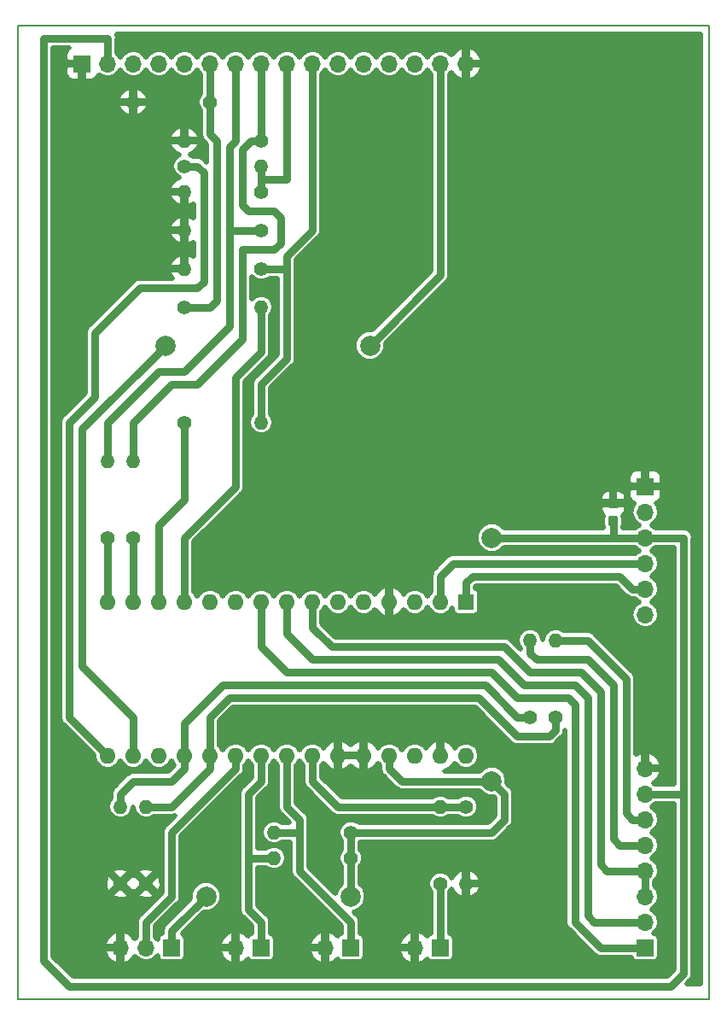
<source format=gbr>
G04 #@! TF.GenerationSoftware,KiCad,Pcbnew,(5.0.0)*
G04 #@! TF.CreationDate,2019-12-01T19:36:12-08:00*
G04 #@! TF.ProjectId,Motor,4D6F746F722E6B696361645F70636200,rev?*
G04 #@! TF.SameCoordinates,PX3851b98PY8841978*
G04 #@! TF.FileFunction,Copper,L2,Bot,Signal*
G04 #@! TF.FilePolarity,Positive*
%FSLAX46Y46*%
G04 Gerber Fmt 4.6, Leading zero omitted, Abs format (unit mm)*
G04 Created by KiCad (PCBNEW (5.0.0)) date 12/01/19 19:36:12*
%MOMM*%
%LPD*%
G01*
G04 APERTURE LIST*
G04 #@! TA.AperFunction,NonConductor*
%ADD10C,0.150000*%
G04 #@! TD*
G04 #@! TA.AperFunction,ComponentPad*
%ADD11R,1.600000X1.600000*%
G04 #@! TD*
G04 #@! TA.AperFunction,ComponentPad*
%ADD12O,1.600000X1.600000*%
G04 #@! TD*
G04 #@! TA.AperFunction,ComponentPad*
%ADD13R,1.700000X1.700000*%
G04 #@! TD*
G04 #@! TA.AperFunction,ComponentPad*
%ADD14O,1.700000X1.700000*%
G04 #@! TD*
G04 #@! TA.AperFunction,ComponentPad*
%ADD15C,1.400000*%
G04 #@! TD*
G04 #@! TA.AperFunction,ComponentPad*
%ADD16O,1.400000X1.400000*%
G04 #@! TD*
G04 #@! TA.AperFunction,Conductor*
%ADD17C,0.100000*%
G04 #@! TD*
G04 #@! TA.AperFunction,SMDPad,CuDef*
%ADD18C,0.950000*%
G04 #@! TD*
G04 #@! TA.AperFunction,ViaPad*
%ADD19C,2.000000*%
G04 #@! TD*
G04 #@! TA.AperFunction,Conductor*
%ADD20C,0.800000*%
G04 #@! TD*
G04 #@! TA.AperFunction,Conductor*
%ADD21C,0.500000*%
G04 #@! TD*
G04 APERTURE END LIST*
D10*
X70485000Y98425000D02*
X1905000Y98425000D01*
X70485000Y1905000D02*
X70485000Y98425000D01*
X1905000Y1905000D02*
X70485000Y1905000D01*
X1905000Y98425000D02*
X1905000Y1905000D01*
D11*
G04 #@! TO.P,A1,1*
G04 #@! TO.N,/SERIAL_TX*
X46355000Y41275000D03*
D12*
G04 #@! TO.P,A1,17*
G04 #@! TO.N,+3V3*
X13335000Y26035000D03*
G04 #@! TO.P,A1,2*
G04 #@! TO.N,/SERIAL_RX*
X43815000Y41275000D03*
G04 #@! TO.P,A1,18*
G04 #@! TO.N,Net-(A1-Pad18)*
X15875000Y26035000D03*
G04 #@! TO.P,A1,3*
G04 #@! TO.N,Net-(A1-Pad3)*
X41275000Y41275000D03*
G04 #@! TO.P,A1,19*
G04 #@! TO.N,/CURRENT_SENSE_1*
X18415000Y26035000D03*
G04 #@! TO.P,A1,4*
G04 #@! TO.N,GND*
X38735000Y41275000D03*
G04 #@! TO.P,A1,20*
G04 #@! TO.N,/CURRENT_SENSE_2*
X20955000Y26035000D03*
G04 #@! TO.P,A1,5*
G04 #@! TO.N,Net-(A1-Pad5)*
X36195000Y41275000D03*
G04 #@! TO.P,A1,21*
G04 #@! TO.N,/RUDDER_SENSE*
X23495000Y26035000D03*
G04 #@! TO.P,A1,6*
G04 #@! TO.N,/ENGAGE_LED*
X33655000Y41275000D03*
G04 #@! TO.P,A1,22*
G04 #@! TO.N,/TEMP_CNTRL*
X26035000Y26035000D03*
G04 #@! TO.P,A1,7*
G04 #@! TO.N,/H_ENABLE*
X31115000Y41275000D03*
G04 #@! TO.P,A1,23*
G04 #@! TO.N,/TEMP_MOTOR*
X28575000Y26035000D03*
G04 #@! TO.P,A1,8*
G04 #@! TO.N,/H_RPWM*
X28575000Y41275000D03*
G04 #@! TO.P,A1,24*
G04 #@! TO.N,/VOLTAGE_SENSE*
X31115000Y26035000D03*
G04 #@! TO.P,A1,9*
G04 #@! TO.N,/H_LPWM*
X26035000Y41275000D03*
G04 #@! TO.P,A1,25*
G04 #@! TO.N,GND*
X33655000Y26035000D03*
G04 #@! TO.P,A1,10*
G04 #@! TO.N,/ENDSTOP_STB*
X23495000Y41275000D03*
G04 #@! TO.P,A1,26*
G04 #@! TO.N,GND*
X36195000Y26035000D03*
G04 #@! TO.P,A1,11*
G04 #@! TO.N,/ENDSTOP_PRT*
X20955000Y41275000D03*
G04 #@! TO.P,A1,27*
G04 #@! TO.N,+5V*
X38735000Y26035000D03*
G04 #@! TO.P,A1,12*
G04 #@! TO.N,/RESET*
X18415000Y41275000D03*
G04 #@! TO.P,A1,28*
G04 #@! TO.N,Net-(A1-Pad28)*
X41275000Y26035000D03*
G04 #@! TO.P,A1,13*
G04 #@! TO.N,/CS*
X15875000Y41275000D03*
G04 #@! TO.P,A1,29*
G04 #@! TO.N,GND*
X43815000Y26035000D03*
G04 #@! TO.P,A1,14*
G04 #@! TO.N,/MOSI*
X13335000Y41275000D03*
G04 #@! TO.P,A1,30*
G04 #@! TO.N,Net-(A1-Pad30)*
X46355000Y26035000D03*
G04 #@! TO.P,A1,15*
G04 #@! TO.N,/MISO*
X10795000Y41275000D03*
G04 #@! TO.P,A1,16*
G04 #@! TO.N,/SCK*
X10795000Y26035000D03*
G04 #@! TD*
D13*
G04 #@! TO.P,J1,1*
G04 #@! TO.N,+BATT*
X43815000Y6985000D03*
D14*
G04 #@! TO.P,J1,2*
G04 #@! TO.N,GND*
X41275000Y6985000D03*
G04 #@! TD*
D13*
G04 #@! TO.P,J2,1*
G04 #@! TO.N,GND*
X8255000Y94615000D03*
D14*
G04 #@! TO.P,J2,2*
G04 #@! TO.N,+5V*
X10795000Y94615000D03*
G04 #@! TO.P,J2,3*
G04 #@! TO.N,Net-(J2-Pad3)*
X13335000Y94615000D03*
G04 #@! TO.P,J2,4*
G04 #@! TO.N,Net-(J2-Pad4)*
X15875000Y94615000D03*
G04 #@! TO.P,J2,5*
G04 #@! TO.N,Net-(J2-Pad5)*
X18415000Y94615000D03*
G04 #@! TO.P,J2,6*
G04 #@! TO.N,Net-(J2-Pad6)*
X20955000Y94615000D03*
G04 #@! TO.P,J2,7*
G04 #@! TO.N,Net-(J2-Pad7)*
X23495000Y94615000D03*
G04 #@! TO.P,J2,8*
G04 #@! TO.N,Net-(J2-Pad8)*
X26035000Y94615000D03*
G04 #@! TO.P,J2,9*
G04 #@! TO.N,Net-(J2-Pad9)*
X28575000Y94615000D03*
G04 #@! TO.P,J2,10*
G04 #@! TO.N,Net-(J2-Pad10)*
X31115000Y94615000D03*
G04 #@! TO.P,J2,11*
G04 #@! TO.N,Net-(J2-Pad11)*
X33655000Y94615000D03*
G04 #@! TO.P,J2,12*
G04 #@! TO.N,Net-(J2-Pad12)*
X36195000Y94615000D03*
G04 #@! TO.P,J2,13*
G04 #@! TO.N,Net-(J2-Pad13)*
X38735000Y94615000D03*
G04 #@! TO.P,J2,14*
G04 #@! TO.N,Net-(J2-Pad14)*
X41275000Y94615000D03*
G04 #@! TO.P,J2,15*
G04 #@! TO.N,+3V3*
X43815000Y94615000D03*
G04 #@! TO.P,J2,16*
G04 #@! TO.N,GND*
X46355000Y94615000D03*
G04 #@! TD*
D13*
G04 #@! TO.P,J3,1*
G04 #@! TO.N,GND*
X64135000Y52705000D03*
D14*
G04 #@! TO.P,J3,2*
G04 #@! TO.N,Net-(J3-Pad2)*
X64135000Y50165000D03*
G04 #@! TO.P,J3,3*
G04 #@! TO.N,+5V*
X64135000Y47625000D03*
G04 #@! TO.P,J3,4*
G04 #@! TO.N,/SERIAL_RX*
X64135000Y45085000D03*
G04 #@! TO.P,J3,5*
G04 #@! TO.N,/SERIAL_TX*
X64135000Y42545000D03*
G04 #@! TO.P,J3,6*
G04 #@! TO.N,Net-(J3-Pad6)*
X64135000Y40005000D03*
G04 #@! TD*
D13*
G04 #@! TO.P,J4,1*
G04 #@! TO.N,/H_LPWM*
X64135000Y6985000D03*
D14*
G04 #@! TO.P,J4,2*
G04 #@! TO.N,/H_RPWM*
X64135000Y9525000D03*
G04 #@! TO.P,J4,3*
G04 #@! TO.N,/H_ENABLE*
X64135000Y12065000D03*
G04 #@! TO.P,J4,4*
X64135000Y14605000D03*
G04 #@! TO.P,J4,5*
G04 #@! TO.N,Net-(J4-Pad5)*
X64135000Y17145000D03*
G04 #@! TO.P,J4,6*
G04 #@! TO.N,Net-(J4-Pad6)*
X64135000Y19685000D03*
G04 #@! TO.P,J4,7*
G04 #@! TO.N,+5V*
X64135000Y22225000D03*
G04 #@! TO.P,J4,8*
G04 #@! TO.N,GND*
X64135000Y24765000D03*
G04 #@! TD*
D13*
G04 #@! TO.P,J5,1*
G04 #@! TO.N,/TEMP_MOTOR*
X34925000Y6985000D03*
D14*
G04 #@! TO.P,J5,2*
G04 #@! TO.N,GND*
X32385000Y6985000D03*
G04 #@! TD*
G04 #@! TO.P,J6,2*
G04 #@! TO.N,GND*
X23495000Y6985000D03*
D13*
G04 #@! TO.P,J6,1*
G04 #@! TO.N,/TEMP_CNTRL*
X26035000Y6985000D03*
G04 #@! TD*
G04 #@! TO.P,J7,1*
G04 #@! TO.N,+5V*
X17145000Y6985000D03*
D14*
G04 #@! TO.P,J7,2*
G04 #@! TO.N,/RUDDER_SENSE*
X14605000Y6985000D03*
G04 #@! TO.P,J7,3*
G04 #@! TO.N,GND*
X12065000Y6985000D03*
G04 #@! TD*
D15*
G04 #@! TO.P,R1,1*
G04 #@! TO.N,Net-(J2-Pad10)*
X26035000Y74295000D03*
D16*
G04 #@! TO.P,R1,2*
G04 #@! TO.N,GND*
X18415000Y74295000D03*
G04 #@! TD*
G04 #@! TO.P,R2,2*
G04 #@! TO.N,GND*
X18415000Y81915000D03*
D15*
G04 #@! TO.P,R2,1*
G04 #@! TO.N,Net-(J2-Pad9)*
X26035000Y81915000D03*
G04 #@! TD*
G04 #@! TO.P,R3,1*
G04 #@! TO.N,Net-(J2-Pad8)*
X26035000Y86995000D03*
D16*
G04 #@! TO.P,R3,2*
G04 #@! TO.N,GND*
X18415000Y86995000D03*
G04 #@! TD*
G04 #@! TO.P,R4,2*
G04 #@! TO.N,GND*
X18415000Y78105000D03*
D15*
G04 #@! TO.P,R4,1*
G04 #@! TO.N,Net-(J2-Pad7)*
X26035000Y78105000D03*
G04 #@! TD*
G04 #@! TO.P,R5,1*
G04 #@! TO.N,Net-(J2-Pad6)*
X20955000Y90805000D03*
D16*
G04 #@! TO.P,R5,2*
G04 #@! TO.N,GND*
X13335000Y90805000D03*
G04 #@! TD*
G04 #@! TO.P,R6,2*
G04 #@! TO.N,Net-(J2-Pad10)*
X26035000Y59055000D03*
D15*
G04 #@! TO.P,R6,1*
G04 #@! TO.N,/CS*
X18415000Y59055000D03*
G04 #@! TD*
G04 #@! TO.P,R7,1*
G04 #@! TO.N,/SCK*
X18415000Y84455000D03*
D16*
G04 #@! TO.P,R7,2*
G04 #@! TO.N,Net-(J2-Pad9)*
X26035000Y84455000D03*
G04 #@! TD*
G04 #@! TO.P,R8,2*
G04 #@! TO.N,Net-(J2-Pad8)*
X13335000Y55245000D03*
D15*
G04 #@! TO.P,R8,1*
G04 #@! TO.N,/MOSI*
X13335000Y47625000D03*
G04 #@! TD*
G04 #@! TO.P,R9,1*
G04 #@! TO.N,/MISO*
X10795000Y47625000D03*
D16*
G04 #@! TO.P,R9,2*
G04 #@! TO.N,Net-(J2-Pad7)*
X10795000Y55245000D03*
G04 #@! TD*
G04 #@! TO.P,R10,2*
G04 #@! TO.N,/RESET*
X26035000Y70485000D03*
D15*
G04 #@! TO.P,R10,1*
G04 #@! TO.N,Net-(J2-Pad6)*
X18415000Y70485000D03*
G04 #@! TD*
G04 #@! TO.P,R11,1*
G04 #@! TO.N,GND*
X12065000Y13335000D03*
D16*
G04 #@! TO.P,R11,2*
G04 #@! TO.N,/CURRENT_SENSE_1*
X12065000Y20955000D03*
G04 #@! TD*
G04 #@! TO.P,R12,2*
G04 #@! TO.N,/CURRENT_SENSE_2*
X14605000Y20955000D03*
D15*
G04 #@! TO.P,R12,1*
G04 #@! TO.N,GND*
X14605000Y13335000D03*
G04 #@! TD*
G04 #@! TO.P,R13,1*
G04 #@! TO.N,/CURRENT_SENSE_1*
X52705000Y29845000D03*
D16*
G04 #@! TO.P,R13,2*
G04 #@! TO.N,Net-(J4-Pad5)*
X52705000Y37465000D03*
G04 #@! TD*
G04 #@! TO.P,R14,2*
G04 #@! TO.N,Net-(J4-Pad6)*
X55245000Y37465000D03*
D15*
G04 #@! TO.P,R14,1*
G04 #@! TO.N,/CURRENT_SENSE_2*
X55245000Y29845000D03*
G04 #@! TD*
D16*
G04 #@! TO.P,R15,2*
G04 #@! TO.N,/VOLTAGE_SENSE*
X43815000Y20955000D03*
D15*
G04 #@! TO.P,R15,1*
G04 #@! TO.N,+BATT*
X43815000Y13335000D03*
G04 #@! TD*
G04 #@! TO.P,R16,1*
G04 #@! TO.N,/VOLTAGE_SENSE*
X46355000Y20955000D03*
D16*
G04 #@! TO.P,R16,2*
G04 #@! TO.N,GND*
X46355000Y13335000D03*
G04 #@! TD*
D15*
G04 #@! TO.P,R17,1*
G04 #@! TO.N,+5V*
X34925000Y18415000D03*
D16*
G04 #@! TO.P,R17,2*
G04 #@! TO.N,/TEMP_MOTOR*
X27305000Y18415000D03*
G04 #@! TD*
G04 #@! TO.P,R18,2*
G04 #@! TO.N,/TEMP_CNTRL*
X27305000Y15875000D03*
D15*
G04 #@! TO.P,R18,1*
G04 #@! TO.N,+5V*
X34925000Y15875000D03*
G04 #@! TD*
D17*
G04 #@! TO.N,+5V*
G04 #@! TO.C,C1*
G36*
X61220779Y49813856D02*
X61243834Y49810437D01*
X61266443Y49804773D01*
X61288387Y49796921D01*
X61309457Y49786956D01*
X61329448Y49774974D01*
X61348168Y49761090D01*
X61365438Y49745438D01*
X61381090Y49728168D01*
X61394974Y49709448D01*
X61406956Y49689457D01*
X61416921Y49668387D01*
X61424773Y49646443D01*
X61430437Y49623834D01*
X61433856Y49600779D01*
X61435000Y49577500D01*
X61435000Y49002500D01*
X61433856Y48979221D01*
X61430437Y48956166D01*
X61424773Y48933557D01*
X61416921Y48911613D01*
X61406956Y48890543D01*
X61394974Y48870552D01*
X61381090Y48851832D01*
X61365438Y48834562D01*
X61348168Y48818910D01*
X61329448Y48805026D01*
X61309457Y48793044D01*
X61288387Y48783079D01*
X61266443Y48775227D01*
X61243834Y48769563D01*
X61220779Y48766144D01*
X61197500Y48765000D01*
X60722500Y48765000D01*
X60699221Y48766144D01*
X60676166Y48769563D01*
X60653557Y48775227D01*
X60631613Y48783079D01*
X60610543Y48793044D01*
X60590552Y48805026D01*
X60571832Y48818910D01*
X60554562Y48834562D01*
X60538910Y48851832D01*
X60525026Y48870552D01*
X60513044Y48890543D01*
X60503079Y48911613D01*
X60495227Y48933557D01*
X60489563Y48956166D01*
X60486144Y48979221D01*
X60485000Y49002500D01*
X60485000Y49577500D01*
X60486144Y49600779D01*
X60489563Y49623834D01*
X60495227Y49646443D01*
X60503079Y49668387D01*
X60513044Y49689457D01*
X60525026Y49709448D01*
X60538910Y49728168D01*
X60554562Y49745438D01*
X60571832Y49761090D01*
X60590552Y49774974D01*
X60610543Y49786956D01*
X60631613Y49796921D01*
X60653557Y49804773D01*
X60676166Y49810437D01*
X60699221Y49813856D01*
X60722500Y49815000D01*
X61197500Y49815000D01*
X61220779Y49813856D01*
X61220779Y49813856D01*
G37*
D18*
G04 #@! TD*
G04 #@! TO.P,C1,1*
G04 #@! TO.N,+5V*
X60960000Y49290000D03*
D17*
G04 #@! TO.N,GND*
G04 #@! TO.C,C1*
G36*
X61220779Y51563856D02*
X61243834Y51560437D01*
X61266443Y51554773D01*
X61288387Y51546921D01*
X61309457Y51536956D01*
X61329448Y51524974D01*
X61348168Y51511090D01*
X61365438Y51495438D01*
X61381090Y51478168D01*
X61394974Y51459448D01*
X61406956Y51439457D01*
X61416921Y51418387D01*
X61424773Y51396443D01*
X61430437Y51373834D01*
X61433856Y51350779D01*
X61435000Y51327500D01*
X61435000Y50752500D01*
X61433856Y50729221D01*
X61430437Y50706166D01*
X61424773Y50683557D01*
X61416921Y50661613D01*
X61406956Y50640543D01*
X61394974Y50620552D01*
X61381090Y50601832D01*
X61365438Y50584562D01*
X61348168Y50568910D01*
X61329448Y50555026D01*
X61309457Y50543044D01*
X61288387Y50533079D01*
X61266443Y50525227D01*
X61243834Y50519563D01*
X61220779Y50516144D01*
X61197500Y50515000D01*
X60722500Y50515000D01*
X60699221Y50516144D01*
X60676166Y50519563D01*
X60653557Y50525227D01*
X60631613Y50533079D01*
X60610543Y50543044D01*
X60590552Y50555026D01*
X60571832Y50568910D01*
X60554562Y50584562D01*
X60538910Y50601832D01*
X60525026Y50620552D01*
X60513044Y50640543D01*
X60503079Y50661613D01*
X60495227Y50683557D01*
X60489563Y50706166D01*
X60486144Y50729221D01*
X60485000Y50752500D01*
X60485000Y51327500D01*
X60486144Y51350779D01*
X60489563Y51373834D01*
X60495227Y51396443D01*
X60503079Y51418387D01*
X60513044Y51439457D01*
X60525026Y51459448D01*
X60538910Y51478168D01*
X60554562Y51495438D01*
X60571832Y51511090D01*
X60590552Y51524974D01*
X60610543Y51536956D01*
X60631613Y51546921D01*
X60653557Y51554773D01*
X60676166Y51560437D01*
X60699221Y51563856D01*
X60722500Y51565000D01*
X61197500Y51565000D01*
X61220779Y51563856D01*
X61220779Y51563856D01*
G37*
D18*
G04 #@! TD*
G04 #@! TO.P,C1,2*
G04 #@! TO.N,GND*
X60960000Y51040000D03*
D19*
G04 #@! TO.N,+3V3*
X16510000Y66675000D03*
X36830000Y66675000D03*
G04 #@! TO.N,GND*
X9525000Y88900000D03*
X50165000Y88900000D03*
X64770000Y35560000D03*
X53340000Y24130000D03*
X53975000Y41275000D03*
X53975000Y50800000D03*
G04 #@! TO.N,+5V*
X20575000Y12065000D03*
X34925000Y12065000D03*
X48895000Y47625000D03*
X48895000Y23495000D03*
G04 #@! TD*
D20*
G04 #@! TO.N,/SERIAL_TX*
X46355000Y41275000D02*
X46355000Y43180000D01*
X46355000Y43180000D02*
X46990000Y43815000D01*
X46990000Y43815000D02*
X61595000Y43815000D01*
X62865000Y42545000D02*
X64135000Y42545000D01*
X61595000Y43815000D02*
X62865000Y42545000D01*
G04 #@! TO.N,+3V3*
X13335000Y26035000D02*
X13335000Y29845000D01*
X8255000Y34925000D02*
X8255000Y58420000D01*
X13335000Y29845000D02*
X8255000Y34925000D01*
X8255000Y58420000D02*
X16510000Y66675000D01*
X43815000Y94615000D02*
X43815000Y73660000D01*
X43815000Y73660000D02*
X36830000Y66675000D01*
X16510000Y66675000D02*
X16510000Y66675000D01*
X36830000Y66675000D02*
X36830000Y66675000D01*
G04 #@! TO.N,/SERIAL_RX*
X45085000Y45085000D02*
X64135000Y45085000D01*
X43815000Y41275000D02*
X43815000Y43815000D01*
X43815000Y43815000D02*
X45085000Y45085000D01*
G04 #@! TO.N,/CURRENT_SENSE_1*
X18415000Y26035000D02*
X18415000Y24765000D01*
X18415000Y24765000D02*
X17145000Y23495000D01*
X17145000Y23495000D02*
X13335000Y23495000D01*
X13335000Y23495000D02*
X12065000Y22225000D01*
X12065000Y22225000D02*
X12065000Y20955000D01*
X51435000Y29845000D02*
X52705000Y29845000D01*
X48260000Y33020000D02*
X51435000Y29845000D01*
X22225000Y33020000D02*
X48260000Y33020000D01*
X18415000Y26035000D02*
X18415000Y29210000D01*
X18415000Y29210000D02*
X22225000Y33020000D01*
G04 #@! TO.N,/CURRENT_SENSE_2*
X20955000Y26035000D02*
X20955000Y24765000D01*
X17145000Y20955000D02*
X14605000Y20955000D01*
X20955000Y24765000D02*
X17145000Y20955000D01*
X20955000Y26035000D02*
X20955000Y27940000D01*
X20955000Y29845000D02*
X20955000Y26035000D01*
X55245000Y28575000D02*
X54610000Y27940000D01*
X55245000Y29845000D02*
X55245000Y28575000D01*
X54610000Y27940000D02*
X51435000Y27940000D01*
X51435000Y27940000D02*
X47625000Y31750000D01*
X47625000Y31750000D02*
X22860000Y31750000D01*
X22860000Y31750000D02*
X20955000Y29845000D01*
G04 #@! TO.N,/RUDDER_SENSE*
X14605000Y9525000D02*
X14605000Y6985000D01*
X17145000Y12065000D02*
X14605000Y9525000D01*
X17145000Y18415000D02*
X17145000Y12065000D01*
X23495000Y26035000D02*
X23495000Y24765000D01*
X23495000Y24765000D02*
X17145000Y18415000D01*
G04 #@! TO.N,/TEMP_CNTRL*
X26035000Y26035000D02*
X26035000Y23495000D01*
X26035000Y23495000D02*
X24765000Y22225000D01*
X24765000Y22225000D02*
X24765000Y10795000D01*
X26035000Y9525000D02*
X26035000Y6985000D01*
X24765000Y10795000D02*
X26035000Y9525000D01*
X27305000Y15875000D02*
X24765000Y15875000D01*
G04 #@! TO.N,/H_ENABLE*
X64135000Y12065000D02*
X64135000Y14605000D01*
X33020000Y36830000D02*
X31115000Y38735000D01*
X50165000Y36830000D02*
X33020000Y36830000D01*
X60325000Y14605000D02*
X59690000Y15240000D01*
X64135000Y14605000D02*
X60325000Y14605000D01*
X31115000Y38735000D02*
X31115000Y41275000D01*
X59690000Y15240000D02*
X59690000Y32385000D01*
X59690000Y32385000D02*
X57785000Y34290000D01*
X57785000Y34290000D02*
X52705000Y34290000D01*
X52705000Y34290000D02*
X50165000Y36830000D01*
G04 #@! TO.N,/TEMP_MOTOR*
X34925000Y6985000D02*
X34925000Y9525000D01*
X34925000Y9525000D02*
X29845000Y14605000D01*
X29845000Y19685000D02*
X28575000Y20955000D01*
X28575000Y20955000D02*
X28575000Y26035000D01*
X27305000Y18415000D02*
X29845000Y18415000D01*
X29845000Y14605000D02*
X29845000Y18415000D01*
X29845000Y18415000D02*
X29845000Y19685000D01*
G04 #@! TO.N,/H_RPWM*
X49530000Y35560000D02*
X31115000Y35560000D01*
X28575000Y38100000D02*
X28575000Y41275000D01*
X59055000Y9525000D02*
X58420000Y10160000D01*
X31115000Y35560000D02*
X28575000Y38100000D01*
X64135000Y9525000D02*
X59055000Y9525000D01*
X58420000Y10160000D02*
X58420000Y31750000D01*
X58420000Y31750000D02*
X57150000Y33020000D01*
X57150000Y33020000D02*
X52070000Y33020000D01*
X52070000Y33020000D02*
X49530000Y35560000D01*
G04 #@! TO.N,/VOLTAGE_SENSE*
X31115000Y23495000D02*
X31115000Y26035000D01*
X33655000Y20955000D02*
X31115000Y23495000D01*
X33655000Y20955000D02*
X43815000Y20955000D01*
X46355000Y20955000D02*
X43815000Y20955000D01*
G04 #@! TO.N,/H_LPWM*
X26035000Y40143630D02*
X26035000Y41275000D01*
X26035000Y36830000D02*
X26035000Y40143630D01*
X28575000Y34290000D02*
X26035000Y36830000D01*
X48895000Y34290000D02*
X28575000Y34290000D01*
X59690000Y6985000D02*
X57150000Y9525000D01*
X64135000Y6985000D02*
X59690000Y6985000D01*
X57150000Y9525000D02*
X57150000Y31115000D01*
X57150000Y31115000D02*
X56515000Y31750000D01*
X56515000Y31750000D02*
X51435000Y31750000D01*
X51435000Y31750000D02*
X48895000Y34290000D01*
G04 #@! TO.N,+5V*
X34925000Y18415000D02*
X34925000Y15875000D01*
X38735000Y26035000D02*
X38735000Y24765000D01*
X38735000Y24765000D02*
X40005000Y23495000D01*
X40005000Y23495000D02*
X48895000Y23495000D01*
X48895000Y23495000D02*
X50165000Y22225000D01*
X50165000Y22225000D02*
X50165000Y19685000D01*
X50165000Y19685000D02*
X48895000Y18415000D01*
X48895000Y18415000D02*
X34925000Y18415000D01*
X17145000Y8635000D02*
X20575000Y12065000D01*
X17145000Y6985000D02*
X17145000Y8635000D01*
X20575000Y12065000D02*
X20575000Y12065000D01*
X34925000Y12065000D02*
X34925000Y15875000D01*
X64135000Y47625000D02*
X60960000Y47625000D01*
X60960000Y49290000D02*
X60960000Y47625000D01*
X67945000Y22225000D02*
X64135000Y22225000D01*
X64135000Y47625000D02*
X67945000Y47625000D01*
X67945000Y47625000D02*
X67945000Y22225000D01*
X60960000Y47625000D02*
X48895000Y47625000D01*
X48895000Y47625000D02*
X48895000Y47625000D01*
X48895000Y23495000D02*
X48895000Y23495000D01*
X10795000Y97155000D02*
X4445000Y97155000D01*
X10795000Y94615000D02*
X10795000Y97155000D01*
X4445000Y97155000D02*
X4445000Y5715000D01*
X4445000Y5715000D02*
X6985000Y3175000D01*
X6985000Y3175000D02*
X66675000Y3175000D01*
X67945000Y4445000D02*
X67945000Y22225000D01*
X66675000Y3175000D02*
X67945000Y4445000D01*
G04 #@! TO.N,/RESET*
X26035000Y66040000D02*
X26035000Y70485000D01*
X23495000Y63500000D02*
X26035000Y66040000D01*
X23495000Y52705000D02*
X23495000Y63500000D01*
X18415000Y41275000D02*
X18415000Y47625000D01*
X18415000Y47625000D02*
X23495000Y52705000D01*
G04 #@! TO.N,/CS*
X15875000Y41275000D02*
X15875000Y48895000D01*
X18415000Y51435000D02*
X15875000Y48895000D01*
X18415000Y59055000D02*
X18415000Y51435000D01*
G04 #@! TO.N,/MOSI*
X13335000Y47625000D02*
X13335000Y41275000D01*
G04 #@! TO.N,/MISO*
X10795000Y41275000D02*
X10795000Y47625000D01*
G04 #@! TO.N,/SCK*
X6985000Y59055000D02*
X6985000Y29845000D01*
X9525000Y61595000D02*
X6985000Y59055000D01*
X9525000Y67945000D02*
X9525000Y61595000D01*
X6985000Y29845000D02*
X10795000Y26035000D01*
X19685000Y84455000D02*
X20320000Y83820000D01*
X18415000Y84455000D02*
X19685000Y84455000D01*
X20320000Y83820000D02*
X20320000Y73025000D01*
X20320000Y73025000D02*
X19685000Y72390000D01*
X19685000Y72390000D02*
X13970000Y72390000D01*
X13970000Y72390000D02*
X9525000Y67945000D01*
G04 #@! TO.N,+BATT*
X43815000Y6985000D02*
X43815000Y13335000D01*
G04 #@! TO.N,Net-(J2-Pad6)*
X20955000Y94615000D02*
X20955000Y90805000D01*
X20955000Y90805000D02*
X20955000Y87630000D01*
X20955000Y87630000D02*
X21590000Y86995000D01*
X21590000Y86995000D02*
X21590000Y71120000D01*
X20955000Y70485000D02*
X18415000Y70485000D01*
X21590000Y71120000D02*
X20955000Y70485000D01*
G04 #@! TO.N,Net-(J2-Pad7)*
X24765000Y78105000D02*
X26035000Y78105000D01*
X22860000Y86360000D02*
X22860000Y80010000D01*
X23495000Y94615000D02*
X23495000Y86995000D01*
X23495000Y86995000D02*
X22860000Y86360000D01*
X18415000Y64135000D02*
X22860000Y68580000D01*
X15875000Y64135000D02*
X18415000Y64135000D01*
X10795000Y55245000D02*
X10795000Y59055000D01*
X10795000Y59055000D02*
X15875000Y64135000D01*
X24765000Y78105000D02*
X22860000Y78105000D01*
X22860000Y68580000D02*
X22860000Y78105000D01*
X22860000Y78105000D02*
X22860000Y80010000D01*
G04 #@! TO.N,Net-(J2-Pad8)*
X26035000Y94615000D02*
X26035000Y86995000D01*
X17145000Y62865000D02*
X13335000Y59055000D01*
X19685000Y62865000D02*
X17145000Y62865000D01*
X24130000Y67310000D02*
X19685000Y62865000D01*
X24130000Y76200000D02*
X24130000Y67310000D01*
X27305000Y76200000D02*
X24130000Y76200000D01*
X27940000Y79375000D02*
X27940000Y76835000D01*
X13335000Y59055000D02*
X13335000Y55245000D01*
X25045051Y86995000D02*
X24130000Y86079949D01*
X24130000Y86079949D02*
X24130000Y80645000D01*
X27940000Y76835000D02*
X27305000Y76200000D01*
X24130000Y80645000D02*
X24765000Y80010000D01*
X26035000Y86995000D02*
X25045051Y86995000D01*
X24765000Y80010000D02*
X27305000Y80010000D01*
X27305000Y80010000D02*
X27940000Y79375000D01*
G04 #@! TO.N,Net-(J2-Pad9)*
X28575000Y94615000D02*
X28575000Y83185000D01*
X28575000Y83185000D02*
X26035000Y83185000D01*
X26035000Y83185000D02*
X26035000Y84455000D01*
X26035000Y81915000D02*
X26035000Y83185000D01*
G04 #@! TO.N,Net-(J2-Pad10)*
X26035000Y62865000D02*
X26035000Y59055000D01*
X28575000Y65405000D02*
X26035000Y62865000D01*
X31115000Y94615000D02*
X31115000Y78105000D01*
X31115000Y78105000D02*
X28575000Y75565000D01*
X28575000Y73025000D02*
X28575000Y65405000D01*
X26035000Y74295000D02*
X28575000Y74295000D01*
X28575000Y75565000D02*
X28575000Y74295000D01*
X28575000Y74295000D02*
X28575000Y73025000D01*
G04 #@! TO.N,Net-(J4-Pad5)*
X64135000Y17145000D02*
X61595000Y17145000D01*
X61595000Y17145000D02*
X60960000Y17780000D01*
X60960000Y17780000D02*
X60960000Y33020000D01*
X60960000Y33020000D02*
X58420000Y35560000D01*
X58420000Y35560000D02*
X53340000Y35560000D01*
X52705000Y36195000D02*
X52705000Y37465000D01*
X53340000Y35560000D02*
X52705000Y36195000D01*
G04 #@! TO.N,Net-(J4-Pad6)*
X64135000Y19685000D02*
X62865000Y19685000D01*
X62865000Y19685000D02*
X62230000Y20320000D01*
X62230000Y20320000D02*
X62230000Y33655000D01*
X62230000Y33655000D02*
X58420000Y37465000D01*
X58420000Y37465000D02*
X55245000Y37465000D01*
G04 #@! TD*
D21*
G04 #@! TO.N,GND*
G36*
X69600000Y3425000D02*
X68268503Y3425000D01*
X68550594Y3707091D01*
X68629911Y3760089D01*
X68682909Y3839406D01*
X68682911Y3839408D01*
X68839879Y4074328D01*
X68839880Y4074329D01*
X68895000Y4351436D01*
X68895000Y4351440D01*
X68913610Y4444999D01*
X68895000Y4538558D01*
X68895000Y22131436D01*
X68913611Y22225000D01*
X68895000Y22318564D01*
X68895000Y47531436D01*
X68913611Y47625000D01*
X68839880Y47995671D01*
X68629911Y48309911D01*
X68315671Y48519880D01*
X68038564Y48575000D01*
X67945000Y48593611D01*
X67851436Y48575000D01*
X65183995Y48575000D01*
X65144343Y48634343D01*
X64754244Y48895000D01*
X65144343Y49155657D01*
X65453771Y49618747D01*
X65562427Y50165000D01*
X65453771Y50711253D01*
X65235076Y51038552D01*
X65466486Y51134405D01*
X65705595Y51373513D01*
X65835000Y51685924D01*
X65835000Y52342500D01*
X65622500Y52555000D01*
X64285000Y52555000D01*
X64285000Y52535000D01*
X63985000Y52535000D01*
X63985000Y52555000D01*
X62647500Y52555000D01*
X62435000Y52342500D01*
X62435000Y51685924D01*
X62564405Y51373513D01*
X62803514Y51134405D01*
X63034924Y51038552D01*
X62816229Y50711253D01*
X62707573Y50165000D01*
X62816229Y49618747D01*
X63125657Y49155657D01*
X63515756Y48895000D01*
X63125657Y48634343D01*
X63086005Y48575000D01*
X61910000Y48575000D01*
X61910000Y48659583D01*
X61935010Y48697013D01*
X61995775Y49002500D01*
X61995775Y49577500D01*
X61946633Y49824552D01*
X62155595Y50033514D01*
X62285000Y50345925D01*
X62285000Y50677500D01*
X62072500Y50890000D01*
X61110000Y50890000D01*
X61110000Y50870000D01*
X60810000Y50870000D01*
X60810000Y50890000D01*
X59847500Y50890000D01*
X59635000Y50677500D01*
X59635000Y50345925D01*
X59764405Y50033514D01*
X59973367Y49824552D01*
X59924225Y49577500D01*
X59924225Y49002500D01*
X59984990Y48697013D01*
X60010000Y48659582D01*
X60010000Y48575000D01*
X50137030Y48575000D01*
X49773004Y48939026D01*
X49203314Y49175000D01*
X48586686Y49175000D01*
X48016996Y48939026D01*
X47580974Y48503004D01*
X47345000Y47933314D01*
X47345000Y47316686D01*
X47580974Y46746996D01*
X48016996Y46310974D01*
X48586686Y46075000D01*
X49203314Y46075000D01*
X49773004Y46310974D01*
X50137030Y46675000D01*
X60866436Y46675000D01*
X60960000Y46656389D01*
X61053564Y46675000D01*
X63086005Y46675000D01*
X63125657Y46615657D01*
X63515756Y46355000D01*
X63125657Y46094343D01*
X63086005Y46035000D01*
X45178558Y46035000D01*
X45084999Y46053610D01*
X44991440Y46035000D01*
X44991436Y46035000D01*
X44714329Y45979880D01*
X44714327Y45979879D01*
X44714328Y45979879D01*
X44479408Y45822911D01*
X44479406Y45822909D01*
X44400089Y45769911D01*
X44347091Y45690594D01*
X43209407Y44552909D01*
X43130090Y44499911D01*
X43077092Y44420594D01*
X43077089Y44420591D01*
X42920121Y44185671D01*
X42846390Y43815000D01*
X42865001Y43721436D01*
X42865000Y42263862D01*
X42841704Y42248296D01*
X42545000Y41804246D01*
X42248296Y42248296D01*
X41801744Y42546672D01*
X41407963Y42625000D01*
X41142037Y42625000D01*
X40748256Y42546672D01*
X40301704Y42248296D01*
X40162879Y42040530D01*
X40057665Y42261454D01*
X39579484Y42692527D01*
X39140201Y42874473D01*
X38885000Y42704652D01*
X38885000Y41425000D01*
X38905000Y41425000D01*
X38905000Y41125000D01*
X38885000Y41125000D01*
X38885000Y39845348D01*
X39140201Y39675527D01*
X39579484Y39857473D01*
X40057665Y40288546D01*
X40162879Y40509470D01*
X40301704Y40301704D01*
X40748256Y40003328D01*
X41142037Y39925000D01*
X41407963Y39925000D01*
X41801744Y40003328D01*
X42248296Y40301704D01*
X42545000Y40745754D01*
X42841704Y40301704D01*
X43288256Y40003328D01*
X43682037Y39925000D01*
X43947963Y39925000D01*
X44341744Y40003328D01*
X44788296Y40301704D01*
X44994225Y40609899D01*
X44994225Y40475000D01*
X45036911Y40260401D01*
X45158472Y40078472D01*
X45340401Y39956911D01*
X45555000Y39914225D01*
X47155000Y39914225D01*
X47369599Y39956911D01*
X47551528Y40078472D01*
X47673089Y40260401D01*
X47715775Y40475000D01*
X47715775Y42075000D01*
X47673089Y42289599D01*
X47551528Y42471528D01*
X47369599Y42593089D01*
X47305000Y42605938D01*
X47305000Y42786498D01*
X47383503Y42865000D01*
X61201498Y42865000D01*
X62127091Y41939406D01*
X62180089Y41860089D01*
X62259406Y41807091D01*
X62259408Y41807089D01*
X62410772Y41705951D01*
X62494329Y41650120D01*
X62771436Y41595000D01*
X62771440Y41595000D01*
X62864999Y41576390D01*
X62958558Y41595000D01*
X63086005Y41595000D01*
X63125657Y41535657D01*
X63515756Y41275000D01*
X63125657Y41014343D01*
X62816229Y40551253D01*
X62707573Y40005000D01*
X62816229Y39458747D01*
X63125657Y38995657D01*
X63588747Y38686229D01*
X63997115Y38605000D01*
X64272885Y38605000D01*
X64681253Y38686229D01*
X65144343Y38995657D01*
X65453771Y39458747D01*
X65562427Y40005000D01*
X65453771Y40551253D01*
X65144343Y41014343D01*
X64754244Y41275000D01*
X65144343Y41535657D01*
X65453771Y41998747D01*
X65562427Y42545000D01*
X65453771Y43091253D01*
X65144343Y43554343D01*
X64754244Y43815000D01*
X65144343Y44075657D01*
X65453771Y44538747D01*
X65562427Y45085000D01*
X65453771Y45631253D01*
X65144343Y46094343D01*
X64754244Y46355000D01*
X65144343Y46615657D01*
X65183995Y46675000D01*
X66995000Y46675000D01*
X66995001Y23175000D01*
X65183995Y23175000D01*
X65144343Y23234343D01*
X65000970Y23330142D01*
X65147684Y23399531D01*
X65593140Y23891009D01*
X65784056Y24351945D01*
X65614918Y24615000D01*
X64285000Y24615000D01*
X64285000Y24595000D01*
X63985000Y24595000D01*
X63985000Y24615000D01*
X63965000Y24615000D01*
X63965000Y24915000D01*
X63985000Y24915000D01*
X63985000Y26245879D01*
X64285000Y26245879D01*
X64285000Y24915000D01*
X65614918Y24915000D01*
X65784056Y25178055D01*
X65593140Y25638991D01*
X65147684Y26130469D01*
X64548056Y26414066D01*
X64285000Y26245879D01*
X63985000Y26245879D01*
X63721944Y26414066D01*
X63180000Y26157751D01*
X63180000Y33561441D01*
X63198610Y33655000D01*
X63180000Y33748559D01*
X63180000Y33748564D01*
X63124880Y34025671D01*
X63069049Y34109228D01*
X62967911Y34260592D01*
X62967909Y34260594D01*
X62914911Y34339911D01*
X62835594Y34392909D01*
X59157911Y38070591D01*
X59104911Y38149911D01*
X58790671Y38359880D01*
X58513564Y38415000D01*
X58513559Y38415000D01*
X58420000Y38433610D01*
X58326441Y38415000D01*
X56073163Y38415000D01*
X55732725Y38642473D01*
X55368109Y38715000D01*
X55121891Y38715000D01*
X54757275Y38642473D01*
X54343801Y38366199D01*
X54067527Y37952725D01*
X53975000Y37487563D01*
X53882473Y37952725D01*
X53606199Y38366199D01*
X53192725Y38642473D01*
X52828109Y38715000D01*
X52581891Y38715000D01*
X52217275Y38642473D01*
X51803801Y38366199D01*
X51527527Y37952725D01*
X51430512Y37465000D01*
X51527527Y36977275D01*
X51755000Y36636836D01*
X51755000Y36583502D01*
X50902910Y37435592D01*
X50849911Y37514911D01*
X50535671Y37724880D01*
X50258564Y37780000D01*
X50258559Y37780000D01*
X50165000Y37798610D01*
X50071441Y37780000D01*
X33413503Y37780000D01*
X32065000Y39128502D01*
X32065000Y40286138D01*
X32088296Y40301704D01*
X32385000Y40745754D01*
X32681704Y40301704D01*
X33128256Y40003328D01*
X33522037Y39925000D01*
X33787963Y39925000D01*
X34181744Y40003328D01*
X34628296Y40301704D01*
X34925000Y40745754D01*
X35221704Y40301704D01*
X35668256Y40003328D01*
X36062037Y39925000D01*
X36327963Y39925000D01*
X36721744Y40003328D01*
X37168296Y40301704D01*
X37307121Y40509470D01*
X37412335Y40288546D01*
X37890516Y39857473D01*
X38329799Y39675527D01*
X38585000Y39845348D01*
X38585000Y41125000D01*
X38565000Y41125000D01*
X38565000Y41425000D01*
X38585000Y41425000D01*
X38585000Y42704652D01*
X38329799Y42874473D01*
X37890516Y42692527D01*
X37412335Y42261454D01*
X37307121Y42040530D01*
X37168296Y42248296D01*
X36721744Y42546672D01*
X36327963Y42625000D01*
X36062037Y42625000D01*
X35668256Y42546672D01*
X35221704Y42248296D01*
X34925000Y41804246D01*
X34628296Y42248296D01*
X34181744Y42546672D01*
X33787963Y42625000D01*
X33522037Y42625000D01*
X33128256Y42546672D01*
X32681704Y42248296D01*
X32385000Y41804246D01*
X32088296Y42248296D01*
X31641744Y42546672D01*
X31247963Y42625000D01*
X30982037Y42625000D01*
X30588256Y42546672D01*
X30141704Y42248296D01*
X29845000Y41804246D01*
X29548296Y42248296D01*
X29101744Y42546672D01*
X28707963Y42625000D01*
X28442037Y42625000D01*
X28048256Y42546672D01*
X27601704Y42248296D01*
X27305000Y41804246D01*
X27008296Y42248296D01*
X26561744Y42546672D01*
X26167963Y42625000D01*
X25902037Y42625000D01*
X25508256Y42546672D01*
X25061704Y42248296D01*
X24765000Y41804246D01*
X24468296Y42248296D01*
X24021744Y42546672D01*
X23627963Y42625000D01*
X23362037Y42625000D01*
X22968256Y42546672D01*
X22521704Y42248296D01*
X22225000Y41804246D01*
X21928296Y42248296D01*
X21481744Y42546672D01*
X21087963Y42625000D01*
X20822037Y42625000D01*
X20428256Y42546672D01*
X19981704Y42248296D01*
X19685000Y41804246D01*
X19388296Y42248296D01*
X19365000Y42263862D01*
X19365000Y47231498D01*
X23867577Y51734075D01*
X59635000Y51734075D01*
X59635000Y51402500D01*
X59847500Y51190000D01*
X60810000Y51190000D01*
X60810000Y52202500D01*
X61110000Y52202500D01*
X61110000Y51190000D01*
X62072500Y51190000D01*
X62285000Y51402500D01*
X62285000Y51734075D01*
X62155595Y52046486D01*
X61916487Y52285595D01*
X61604076Y52415000D01*
X61322500Y52415000D01*
X61110000Y52202500D01*
X60810000Y52202500D01*
X60597500Y52415000D01*
X60315924Y52415000D01*
X60003513Y52285595D01*
X59764405Y52046486D01*
X59635000Y51734075D01*
X23867577Y51734075D01*
X24100594Y51967091D01*
X24179911Y52020089D01*
X24232909Y52099406D01*
X24232911Y52099408D01*
X24357317Y52285595D01*
X24389880Y52334329D01*
X24445000Y52611436D01*
X24445000Y52611441D01*
X24463610Y52705000D01*
X24445000Y52798559D01*
X24445000Y53724076D01*
X62435000Y53724076D01*
X62435000Y53067500D01*
X62647500Y52855000D01*
X63985000Y52855000D01*
X63985000Y54192500D01*
X64285000Y54192500D01*
X64285000Y52855000D01*
X65622500Y52855000D01*
X65835000Y53067500D01*
X65835000Y53724076D01*
X65705595Y54036487D01*
X65466486Y54275595D01*
X65154075Y54405000D01*
X64497500Y54405000D01*
X64285000Y54192500D01*
X63985000Y54192500D01*
X63772500Y54405000D01*
X63115925Y54405000D01*
X62803514Y54275595D01*
X62564405Y54036487D01*
X62435000Y53724076D01*
X24445000Y53724076D01*
X24445000Y63106498D01*
X26640594Y65302091D01*
X26719911Y65355089D01*
X26929880Y65669329D01*
X26985000Y65946436D01*
X26985000Y65946440D01*
X27003610Y66039999D01*
X26985000Y66133558D01*
X26985000Y69656837D01*
X27212473Y69997275D01*
X27309488Y70485000D01*
X27212473Y70972725D01*
X26936199Y71386199D01*
X26522725Y71662473D01*
X26158109Y71735000D01*
X25911891Y71735000D01*
X25547275Y71662473D01*
X25133801Y71386199D01*
X25080000Y71305680D01*
X25080000Y73482233D01*
X25326932Y73235301D01*
X25786360Y73045000D01*
X26283640Y73045000D01*
X26743068Y73235301D01*
X26852767Y73345000D01*
X27625001Y73345000D01*
X27625001Y73118567D01*
X27625000Y73118563D01*
X27625001Y65798504D01*
X25429409Y63602911D01*
X25350089Y63549911D01*
X25140120Y63235670D01*
X25085000Y62958563D01*
X25085000Y62958559D01*
X25066390Y62865000D01*
X25085000Y62771441D01*
X25085001Y59883164D01*
X24857527Y59542725D01*
X24760512Y59055000D01*
X24857527Y58567275D01*
X25133801Y58153801D01*
X25547275Y57877527D01*
X25911891Y57805000D01*
X26158109Y57805000D01*
X26522725Y57877527D01*
X26936199Y58153801D01*
X27212473Y58567275D01*
X27309488Y59055000D01*
X27212473Y59542725D01*
X26985000Y59883163D01*
X26985000Y62471498D01*
X29180594Y64667091D01*
X29259911Y64720089D01*
X29466907Y65029879D01*
X29469879Y65034327D01*
X29469879Y65034328D01*
X29469880Y65034329D01*
X29525000Y65311436D01*
X29525000Y65311440D01*
X29543610Y65404999D01*
X29525000Y65498558D01*
X29525000Y74201436D01*
X29543611Y74295000D01*
X29525000Y74388564D01*
X29525000Y75171498D01*
X31720594Y77367091D01*
X31799911Y77420089D01*
X31902024Y77572911D01*
X32009879Y77734327D01*
X32009879Y77734328D01*
X32009880Y77734329D01*
X32065000Y78011436D01*
X32065000Y78011440D01*
X32083610Y78104999D01*
X32065000Y78198558D01*
X32065000Y93566005D01*
X32124343Y93605657D01*
X32385000Y93995756D01*
X32645657Y93605657D01*
X33108747Y93296229D01*
X33517115Y93215000D01*
X33792885Y93215000D01*
X34201253Y93296229D01*
X34664343Y93605657D01*
X34925000Y93995756D01*
X35185657Y93605657D01*
X35648747Y93296229D01*
X36057115Y93215000D01*
X36332885Y93215000D01*
X36741253Y93296229D01*
X37204343Y93605657D01*
X37465000Y93995756D01*
X37725657Y93605657D01*
X38188747Y93296229D01*
X38597115Y93215000D01*
X38872885Y93215000D01*
X39281253Y93296229D01*
X39744343Y93605657D01*
X40005000Y93995756D01*
X40265657Y93605657D01*
X40728747Y93296229D01*
X41137115Y93215000D01*
X41412885Y93215000D01*
X41821253Y93296229D01*
X42284343Y93605657D01*
X42545000Y93995756D01*
X42805657Y93605657D01*
X42865000Y93566005D01*
X42865001Y74053504D01*
X37036498Y68225000D01*
X36521686Y68225000D01*
X35951996Y67989026D01*
X35515974Y67553004D01*
X35280000Y66983314D01*
X35280000Y66366686D01*
X35515974Y65796996D01*
X35951996Y65360974D01*
X36521686Y65125000D01*
X37138314Y65125000D01*
X37708004Y65360974D01*
X38144026Y65796996D01*
X38380000Y66366686D01*
X38380000Y66881498D01*
X44420594Y72922091D01*
X44499911Y72975089D01*
X44552909Y73054406D01*
X44552911Y73054408D01*
X44654049Y73205772D01*
X44709880Y73289329D01*
X44765000Y73566436D01*
X44765000Y73566441D01*
X44783610Y73660000D01*
X44765000Y73753559D01*
X44765000Y93566005D01*
X44824343Y93605657D01*
X44920142Y93749030D01*
X44989531Y93602316D01*
X45481009Y93156860D01*
X45941945Y92965944D01*
X46205000Y93135082D01*
X46205000Y94465000D01*
X46505000Y94465000D01*
X46505000Y93135082D01*
X46768055Y92965944D01*
X47228991Y93156860D01*
X47720469Y93602316D01*
X48004066Y94201944D01*
X47835879Y94465000D01*
X46505000Y94465000D01*
X46205000Y94465000D01*
X46185000Y94465000D01*
X46185000Y94765000D01*
X46205000Y94765000D01*
X46205000Y96094918D01*
X46505000Y96094918D01*
X46505000Y94765000D01*
X47835879Y94765000D01*
X48004066Y95028056D01*
X47720469Y95627684D01*
X47228991Y96073140D01*
X46768055Y96264056D01*
X46505000Y96094918D01*
X46205000Y96094918D01*
X45941945Y96264056D01*
X45481009Y96073140D01*
X44989531Y95627684D01*
X44920142Y95480970D01*
X44824343Y95624343D01*
X44361253Y95933771D01*
X43952885Y96015000D01*
X43677115Y96015000D01*
X43268747Y95933771D01*
X42805657Y95624343D01*
X42545000Y95234244D01*
X42284343Y95624343D01*
X41821253Y95933771D01*
X41412885Y96015000D01*
X41137115Y96015000D01*
X40728747Y95933771D01*
X40265657Y95624343D01*
X40005000Y95234244D01*
X39744343Y95624343D01*
X39281253Y95933771D01*
X38872885Y96015000D01*
X38597115Y96015000D01*
X38188747Y95933771D01*
X37725657Y95624343D01*
X37465000Y95234244D01*
X37204343Y95624343D01*
X36741253Y95933771D01*
X36332885Y96015000D01*
X36057115Y96015000D01*
X35648747Y95933771D01*
X35185657Y95624343D01*
X34925000Y95234244D01*
X34664343Y95624343D01*
X34201253Y95933771D01*
X33792885Y96015000D01*
X33517115Y96015000D01*
X33108747Y95933771D01*
X32645657Y95624343D01*
X32385000Y95234244D01*
X32124343Y95624343D01*
X31661253Y95933771D01*
X31252885Y96015000D01*
X30977115Y96015000D01*
X30568747Y95933771D01*
X30105657Y95624343D01*
X29845000Y95234244D01*
X29584343Y95624343D01*
X29121253Y95933771D01*
X28712885Y96015000D01*
X28437115Y96015000D01*
X28028747Y95933771D01*
X27565657Y95624343D01*
X27305000Y95234244D01*
X27044343Y95624343D01*
X26581253Y95933771D01*
X26172885Y96015000D01*
X25897115Y96015000D01*
X25488747Y95933771D01*
X25025657Y95624343D01*
X24765000Y95234244D01*
X24504343Y95624343D01*
X24041253Y95933771D01*
X23632885Y96015000D01*
X23357115Y96015000D01*
X22948747Y95933771D01*
X22485657Y95624343D01*
X22225000Y95234244D01*
X21964343Y95624343D01*
X21501253Y95933771D01*
X21092885Y96015000D01*
X20817115Y96015000D01*
X20408747Y95933771D01*
X19945657Y95624343D01*
X19685000Y95234244D01*
X19424343Y95624343D01*
X18961253Y95933771D01*
X18552885Y96015000D01*
X18277115Y96015000D01*
X17868747Y95933771D01*
X17405657Y95624343D01*
X17145000Y95234244D01*
X16884343Y95624343D01*
X16421253Y95933771D01*
X16012885Y96015000D01*
X15737115Y96015000D01*
X15328747Y95933771D01*
X14865657Y95624343D01*
X14605000Y95234244D01*
X14344343Y95624343D01*
X13881253Y95933771D01*
X13472885Y96015000D01*
X13197115Y96015000D01*
X12788747Y95933771D01*
X12325657Y95624343D01*
X12065000Y95234244D01*
X11804343Y95624343D01*
X11745000Y95663995D01*
X11745000Y97061436D01*
X11763611Y97155000D01*
X11689880Y97525671D01*
X11680306Y97540000D01*
X69600000Y97540000D01*
X69600000Y3425000D01*
X69600000Y3425000D01*
G37*
X69600000Y3425000D02*
X68268503Y3425000D01*
X68550594Y3707091D01*
X68629911Y3760089D01*
X68682909Y3839406D01*
X68682911Y3839408D01*
X68839879Y4074328D01*
X68839880Y4074329D01*
X68895000Y4351436D01*
X68895000Y4351440D01*
X68913610Y4444999D01*
X68895000Y4538558D01*
X68895000Y22131436D01*
X68913611Y22225000D01*
X68895000Y22318564D01*
X68895000Y47531436D01*
X68913611Y47625000D01*
X68839880Y47995671D01*
X68629911Y48309911D01*
X68315671Y48519880D01*
X68038564Y48575000D01*
X67945000Y48593611D01*
X67851436Y48575000D01*
X65183995Y48575000D01*
X65144343Y48634343D01*
X64754244Y48895000D01*
X65144343Y49155657D01*
X65453771Y49618747D01*
X65562427Y50165000D01*
X65453771Y50711253D01*
X65235076Y51038552D01*
X65466486Y51134405D01*
X65705595Y51373513D01*
X65835000Y51685924D01*
X65835000Y52342500D01*
X65622500Y52555000D01*
X64285000Y52555000D01*
X64285000Y52535000D01*
X63985000Y52535000D01*
X63985000Y52555000D01*
X62647500Y52555000D01*
X62435000Y52342500D01*
X62435000Y51685924D01*
X62564405Y51373513D01*
X62803514Y51134405D01*
X63034924Y51038552D01*
X62816229Y50711253D01*
X62707573Y50165000D01*
X62816229Y49618747D01*
X63125657Y49155657D01*
X63515756Y48895000D01*
X63125657Y48634343D01*
X63086005Y48575000D01*
X61910000Y48575000D01*
X61910000Y48659583D01*
X61935010Y48697013D01*
X61995775Y49002500D01*
X61995775Y49577500D01*
X61946633Y49824552D01*
X62155595Y50033514D01*
X62285000Y50345925D01*
X62285000Y50677500D01*
X62072500Y50890000D01*
X61110000Y50890000D01*
X61110000Y50870000D01*
X60810000Y50870000D01*
X60810000Y50890000D01*
X59847500Y50890000D01*
X59635000Y50677500D01*
X59635000Y50345925D01*
X59764405Y50033514D01*
X59973367Y49824552D01*
X59924225Y49577500D01*
X59924225Y49002500D01*
X59984990Y48697013D01*
X60010000Y48659582D01*
X60010000Y48575000D01*
X50137030Y48575000D01*
X49773004Y48939026D01*
X49203314Y49175000D01*
X48586686Y49175000D01*
X48016996Y48939026D01*
X47580974Y48503004D01*
X47345000Y47933314D01*
X47345000Y47316686D01*
X47580974Y46746996D01*
X48016996Y46310974D01*
X48586686Y46075000D01*
X49203314Y46075000D01*
X49773004Y46310974D01*
X50137030Y46675000D01*
X60866436Y46675000D01*
X60960000Y46656389D01*
X61053564Y46675000D01*
X63086005Y46675000D01*
X63125657Y46615657D01*
X63515756Y46355000D01*
X63125657Y46094343D01*
X63086005Y46035000D01*
X45178558Y46035000D01*
X45084999Y46053610D01*
X44991440Y46035000D01*
X44991436Y46035000D01*
X44714329Y45979880D01*
X44714327Y45979879D01*
X44714328Y45979879D01*
X44479408Y45822911D01*
X44479406Y45822909D01*
X44400089Y45769911D01*
X44347091Y45690594D01*
X43209407Y44552909D01*
X43130090Y44499911D01*
X43077092Y44420594D01*
X43077089Y44420591D01*
X42920121Y44185671D01*
X42846390Y43815000D01*
X42865001Y43721436D01*
X42865000Y42263862D01*
X42841704Y42248296D01*
X42545000Y41804246D01*
X42248296Y42248296D01*
X41801744Y42546672D01*
X41407963Y42625000D01*
X41142037Y42625000D01*
X40748256Y42546672D01*
X40301704Y42248296D01*
X40162879Y42040530D01*
X40057665Y42261454D01*
X39579484Y42692527D01*
X39140201Y42874473D01*
X38885000Y42704652D01*
X38885000Y41425000D01*
X38905000Y41425000D01*
X38905000Y41125000D01*
X38885000Y41125000D01*
X38885000Y39845348D01*
X39140201Y39675527D01*
X39579484Y39857473D01*
X40057665Y40288546D01*
X40162879Y40509470D01*
X40301704Y40301704D01*
X40748256Y40003328D01*
X41142037Y39925000D01*
X41407963Y39925000D01*
X41801744Y40003328D01*
X42248296Y40301704D01*
X42545000Y40745754D01*
X42841704Y40301704D01*
X43288256Y40003328D01*
X43682037Y39925000D01*
X43947963Y39925000D01*
X44341744Y40003328D01*
X44788296Y40301704D01*
X44994225Y40609899D01*
X44994225Y40475000D01*
X45036911Y40260401D01*
X45158472Y40078472D01*
X45340401Y39956911D01*
X45555000Y39914225D01*
X47155000Y39914225D01*
X47369599Y39956911D01*
X47551528Y40078472D01*
X47673089Y40260401D01*
X47715775Y40475000D01*
X47715775Y42075000D01*
X47673089Y42289599D01*
X47551528Y42471528D01*
X47369599Y42593089D01*
X47305000Y42605938D01*
X47305000Y42786498D01*
X47383503Y42865000D01*
X61201498Y42865000D01*
X62127091Y41939406D01*
X62180089Y41860089D01*
X62259406Y41807091D01*
X62259408Y41807089D01*
X62410772Y41705951D01*
X62494329Y41650120D01*
X62771436Y41595000D01*
X62771440Y41595000D01*
X62864999Y41576390D01*
X62958558Y41595000D01*
X63086005Y41595000D01*
X63125657Y41535657D01*
X63515756Y41275000D01*
X63125657Y41014343D01*
X62816229Y40551253D01*
X62707573Y40005000D01*
X62816229Y39458747D01*
X63125657Y38995657D01*
X63588747Y38686229D01*
X63997115Y38605000D01*
X64272885Y38605000D01*
X64681253Y38686229D01*
X65144343Y38995657D01*
X65453771Y39458747D01*
X65562427Y40005000D01*
X65453771Y40551253D01*
X65144343Y41014343D01*
X64754244Y41275000D01*
X65144343Y41535657D01*
X65453771Y41998747D01*
X65562427Y42545000D01*
X65453771Y43091253D01*
X65144343Y43554343D01*
X64754244Y43815000D01*
X65144343Y44075657D01*
X65453771Y44538747D01*
X65562427Y45085000D01*
X65453771Y45631253D01*
X65144343Y46094343D01*
X64754244Y46355000D01*
X65144343Y46615657D01*
X65183995Y46675000D01*
X66995000Y46675000D01*
X66995001Y23175000D01*
X65183995Y23175000D01*
X65144343Y23234343D01*
X65000970Y23330142D01*
X65147684Y23399531D01*
X65593140Y23891009D01*
X65784056Y24351945D01*
X65614918Y24615000D01*
X64285000Y24615000D01*
X64285000Y24595000D01*
X63985000Y24595000D01*
X63985000Y24615000D01*
X63965000Y24615000D01*
X63965000Y24915000D01*
X63985000Y24915000D01*
X63985000Y26245879D01*
X64285000Y26245879D01*
X64285000Y24915000D01*
X65614918Y24915000D01*
X65784056Y25178055D01*
X65593140Y25638991D01*
X65147684Y26130469D01*
X64548056Y26414066D01*
X64285000Y26245879D01*
X63985000Y26245879D01*
X63721944Y26414066D01*
X63180000Y26157751D01*
X63180000Y33561441D01*
X63198610Y33655000D01*
X63180000Y33748559D01*
X63180000Y33748564D01*
X63124880Y34025671D01*
X63069049Y34109228D01*
X62967911Y34260592D01*
X62967909Y34260594D01*
X62914911Y34339911D01*
X62835594Y34392909D01*
X59157911Y38070591D01*
X59104911Y38149911D01*
X58790671Y38359880D01*
X58513564Y38415000D01*
X58513559Y38415000D01*
X58420000Y38433610D01*
X58326441Y38415000D01*
X56073163Y38415000D01*
X55732725Y38642473D01*
X55368109Y38715000D01*
X55121891Y38715000D01*
X54757275Y38642473D01*
X54343801Y38366199D01*
X54067527Y37952725D01*
X53975000Y37487563D01*
X53882473Y37952725D01*
X53606199Y38366199D01*
X53192725Y38642473D01*
X52828109Y38715000D01*
X52581891Y38715000D01*
X52217275Y38642473D01*
X51803801Y38366199D01*
X51527527Y37952725D01*
X51430512Y37465000D01*
X51527527Y36977275D01*
X51755000Y36636836D01*
X51755000Y36583502D01*
X50902910Y37435592D01*
X50849911Y37514911D01*
X50535671Y37724880D01*
X50258564Y37780000D01*
X50258559Y37780000D01*
X50165000Y37798610D01*
X50071441Y37780000D01*
X33413503Y37780000D01*
X32065000Y39128502D01*
X32065000Y40286138D01*
X32088296Y40301704D01*
X32385000Y40745754D01*
X32681704Y40301704D01*
X33128256Y40003328D01*
X33522037Y39925000D01*
X33787963Y39925000D01*
X34181744Y40003328D01*
X34628296Y40301704D01*
X34925000Y40745754D01*
X35221704Y40301704D01*
X35668256Y40003328D01*
X36062037Y39925000D01*
X36327963Y39925000D01*
X36721744Y40003328D01*
X37168296Y40301704D01*
X37307121Y40509470D01*
X37412335Y40288546D01*
X37890516Y39857473D01*
X38329799Y39675527D01*
X38585000Y39845348D01*
X38585000Y41125000D01*
X38565000Y41125000D01*
X38565000Y41425000D01*
X38585000Y41425000D01*
X38585000Y42704652D01*
X38329799Y42874473D01*
X37890516Y42692527D01*
X37412335Y42261454D01*
X37307121Y42040530D01*
X37168296Y42248296D01*
X36721744Y42546672D01*
X36327963Y42625000D01*
X36062037Y42625000D01*
X35668256Y42546672D01*
X35221704Y42248296D01*
X34925000Y41804246D01*
X34628296Y42248296D01*
X34181744Y42546672D01*
X33787963Y42625000D01*
X33522037Y42625000D01*
X33128256Y42546672D01*
X32681704Y42248296D01*
X32385000Y41804246D01*
X32088296Y42248296D01*
X31641744Y42546672D01*
X31247963Y42625000D01*
X30982037Y42625000D01*
X30588256Y42546672D01*
X30141704Y42248296D01*
X29845000Y41804246D01*
X29548296Y42248296D01*
X29101744Y42546672D01*
X28707963Y42625000D01*
X28442037Y42625000D01*
X28048256Y42546672D01*
X27601704Y42248296D01*
X27305000Y41804246D01*
X27008296Y42248296D01*
X26561744Y42546672D01*
X26167963Y42625000D01*
X25902037Y42625000D01*
X25508256Y42546672D01*
X25061704Y42248296D01*
X24765000Y41804246D01*
X24468296Y42248296D01*
X24021744Y42546672D01*
X23627963Y42625000D01*
X23362037Y42625000D01*
X22968256Y42546672D01*
X22521704Y42248296D01*
X22225000Y41804246D01*
X21928296Y42248296D01*
X21481744Y42546672D01*
X21087963Y42625000D01*
X20822037Y42625000D01*
X20428256Y42546672D01*
X19981704Y42248296D01*
X19685000Y41804246D01*
X19388296Y42248296D01*
X19365000Y42263862D01*
X19365000Y47231498D01*
X23867577Y51734075D01*
X59635000Y51734075D01*
X59635000Y51402500D01*
X59847500Y51190000D01*
X60810000Y51190000D01*
X60810000Y52202500D01*
X61110000Y52202500D01*
X61110000Y51190000D01*
X62072500Y51190000D01*
X62285000Y51402500D01*
X62285000Y51734075D01*
X62155595Y52046486D01*
X61916487Y52285595D01*
X61604076Y52415000D01*
X61322500Y52415000D01*
X61110000Y52202500D01*
X60810000Y52202500D01*
X60597500Y52415000D01*
X60315924Y52415000D01*
X60003513Y52285595D01*
X59764405Y52046486D01*
X59635000Y51734075D01*
X23867577Y51734075D01*
X24100594Y51967091D01*
X24179911Y52020089D01*
X24232909Y52099406D01*
X24232911Y52099408D01*
X24357317Y52285595D01*
X24389880Y52334329D01*
X24445000Y52611436D01*
X24445000Y52611441D01*
X24463610Y52705000D01*
X24445000Y52798559D01*
X24445000Y53724076D01*
X62435000Y53724076D01*
X62435000Y53067500D01*
X62647500Y52855000D01*
X63985000Y52855000D01*
X63985000Y54192500D01*
X64285000Y54192500D01*
X64285000Y52855000D01*
X65622500Y52855000D01*
X65835000Y53067500D01*
X65835000Y53724076D01*
X65705595Y54036487D01*
X65466486Y54275595D01*
X65154075Y54405000D01*
X64497500Y54405000D01*
X64285000Y54192500D01*
X63985000Y54192500D01*
X63772500Y54405000D01*
X63115925Y54405000D01*
X62803514Y54275595D01*
X62564405Y54036487D01*
X62435000Y53724076D01*
X24445000Y53724076D01*
X24445000Y63106498D01*
X26640594Y65302091D01*
X26719911Y65355089D01*
X26929880Y65669329D01*
X26985000Y65946436D01*
X26985000Y65946440D01*
X27003610Y66039999D01*
X26985000Y66133558D01*
X26985000Y69656837D01*
X27212473Y69997275D01*
X27309488Y70485000D01*
X27212473Y70972725D01*
X26936199Y71386199D01*
X26522725Y71662473D01*
X26158109Y71735000D01*
X25911891Y71735000D01*
X25547275Y71662473D01*
X25133801Y71386199D01*
X25080000Y71305680D01*
X25080000Y73482233D01*
X25326932Y73235301D01*
X25786360Y73045000D01*
X26283640Y73045000D01*
X26743068Y73235301D01*
X26852767Y73345000D01*
X27625001Y73345000D01*
X27625001Y73118567D01*
X27625000Y73118563D01*
X27625001Y65798504D01*
X25429409Y63602911D01*
X25350089Y63549911D01*
X25140120Y63235670D01*
X25085000Y62958563D01*
X25085000Y62958559D01*
X25066390Y62865000D01*
X25085000Y62771441D01*
X25085001Y59883164D01*
X24857527Y59542725D01*
X24760512Y59055000D01*
X24857527Y58567275D01*
X25133801Y58153801D01*
X25547275Y57877527D01*
X25911891Y57805000D01*
X26158109Y57805000D01*
X26522725Y57877527D01*
X26936199Y58153801D01*
X27212473Y58567275D01*
X27309488Y59055000D01*
X27212473Y59542725D01*
X26985000Y59883163D01*
X26985000Y62471498D01*
X29180594Y64667091D01*
X29259911Y64720089D01*
X29466907Y65029879D01*
X29469879Y65034327D01*
X29469879Y65034328D01*
X29469880Y65034329D01*
X29525000Y65311436D01*
X29525000Y65311440D01*
X29543610Y65404999D01*
X29525000Y65498558D01*
X29525000Y74201436D01*
X29543611Y74295000D01*
X29525000Y74388564D01*
X29525000Y75171498D01*
X31720594Y77367091D01*
X31799911Y77420089D01*
X31902024Y77572911D01*
X32009879Y77734327D01*
X32009879Y77734328D01*
X32009880Y77734329D01*
X32065000Y78011436D01*
X32065000Y78011440D01*
X32083610Y78104999D01*
X32065000Y78198558D01*
X32065000Y93566005D01*
X32124343Y93605657D01*
X32385000Y93995756D01*
X32645657Y93605657D01*
X33108747Y93296229D01*
X33517115Y93215000D01*
X33792885Y93215000D01*
X34201253Y93296229D01*
X34664343Y93605657D01*
X34925000Y93995756D01*
X35185657Y93605657D01*
X35648747Y93296229D01*
X36057115Y93215000D01*
X36332885Y93215000D01*
X36741253Y93296229D01*
X37204343Y93605657D01*
X37465000Y93995756D01*
X37725657Y93605657D01*
X38188747Y93296229D01*
X38597115Y93215000D01*
X38872885Y93215000D01*
X39281253Y93296229D01*
X39744343Y93605657D01*
X40005000Y93995756D01*
X40265657Y93605657D01*
X40728747Y93296229D01*
X41137115Y93215000D01*
X41412885Y93215000D01*
X41821253Y93296229D01*
X42284343Y93605657D01*
X42545000Y93995756D01*
X42805657Y93605657D01*
X42865000Y93566005D01*
X42865001Y74053504D01*
X37036498Y68225000D01*
X36521686Y68225000D01*
X35951996Y67989026D01*
X35515974Y67553004D01*
X35280000Y66983314D01*
X35280000Y66366686D01*
X35515974Y65796996D01*
X35951996Y65360974D01*
X36521686Y65125000D01*
X37138314Y65125000D01*
X37708004Y65360974D01*
X38144026Y65796996D01*
X38380000Y66366686D01*
X38380000Y66881498D01*
X44420594Y72922091D01*
X44499911Y72975089D01*
X44552909Y73054406D01*
X44552911Y73054408D01*
X44654049Y73205772D01*
X44709880Y73289329D01*
X44765000Y73566436D01*
X44765000Y73566441D01*
X44783610Y73660000D01*
X44765000Y73753559D01*
X44765000Y93566005D01*
X44824343Y93605657D01*
X44920142Y93749030D01*
X44989531Y93602316D01*
X45481009Y93156860D01*
X45941945Y92965944D01*
X46205000Y93135082D01*
X46205000Y94465000D01*
X46505000Y94465000D01*
X46505000Y93135082D01*
X46768055Y92965944D01*
X47228991Y93156860D01*
X47720469Y93602316D01*
X48004066Y94201944D01*
X47835879Y94465000D01*
X46505000Y94465000D01*
X46205000Y94465000D01*
X46185000Y94465000D01*
X46185000Y94765000D01*
X46205000Y94765000D01*
X46205000Y96094918D01*
X46505000Y96094918D01*
X46505000Y94765000D01*
X47835879Y94765000D01*
X48004066Y95028056D01*
X47720469Y95627684D01*
X47228991Y96073140D01*
X46768055Y96264056D01*
X46505000Y96094918D01*
X46205000Y96094918D01*
X45941945Y96264056D01*
X45481009Y96073140D01*
X44989531Y95627684D01*
X44920142Y95480970D01*
X44824343Y95624343D01*
X44361253Y95933771D01*
X43952885Y96015000D01*
X43677115Y96015000D01*
X43268747Y95933771D01*
X42805657Y95624343D01*
X42545000Y95234244D01*
X42284343Y95624343D01*
X41821253Y95933771D01*
X41412885Y96015000D01*
X41137115Y96015000D01*
X40728747Y95933771D01*
X40265657Y95624343D01*
X40005000Y95234244D01*
X39744343Y95624343D01*
X39281253Y95933771D01*
X38872885Y96015000D01*
X38597115Y96015000D01*
X38188747Y95933771D01*
X37725657Y95624343D01*
X37465000Y95234244D01*
X37204343Y95624343D01*
X36741253Y95933771D01*
X36332885Y96015000D01*
X36057115Y96015000D01*
X35648747Y95933771D01*
X35185657Y95624343D01*
X34925000Y95234244D01*
X34664343Y95624343D01*
X34201253Y95933771D01*
X33792885Y96015000D01*
X33517115Y96015000D01*
X33108747Y95933771D01*
X32645657Y95624343D01*
X32385000Y95234244D01*
X32124343Y95624343D01*
X31661253Y95933771D01*
X31252885Y96015000D01*
X30977115Y96015000D01*
X30568747Y95933771D01*
X30105657Y95624343D01*
X29845000Y95234244D01*
X29584343Y95624343D01*
X29121253Y95933771D01*
X28712885Y96015000D01*
X28437115Y96015000D01*
X28028747Y95933771D01*
X27565657Y95624343D01*
X27305000Y95234244D01*
X27044343Y95624343D01*
X26581253Y95933771D01*
X26172885Y96015000D01*
X25897115Y96015000D01*
X25488747Y95933771D01*
X25025657Y95624343D01*
X24765000Y95234244D01*
X24504343Y95624343D01*
X24041253Y95933771D01*
X23632885Y96015000D01*
X23357115Y96015000D01*
X22948747Y95933771D01*
X22485657Y95624343D01*
X22225000Y95234244D01*
X21964343Y95624343D01*
X21501253Y95933771D01*
X21092885Y96015000D01*
X20817115Y96015000D01*
X20408747Y95933771D01*
X19945657Y95624343D01*
X19685000Y95234244D01*
X19424343Y95624343D01*
X18961253Y95933771D01*
X18552885Y96015000D01*
X18277115Y96015000D01*
X17868747Y95933771D01*
X17405657Y95624343D01*
X17145000Y95234244D01*
X16884343Y95624343D01*
X16421253Y95933771D01*
X16012885Y96015000D01*
X15737115Y96015000D01*
X15328747Y95933771D01*
X14865657Y95624343D01*
X14605000Y95234244D01*
X14344343Y95624343D01*
X13881253Y95933771D01*
X13472885Y96015000D01*
X13197115Y96015000D01*
X12788747Y95933771D01*
X12325657Y95624343D01*
X12065000Y95234244D01*
X11804343Y95624343D01*
X11745000Y95663995D01*
X11745000Y97061436D01*
X11763611Y97155000D01*
X11689880Y97525671D01*
X11680306Y97540000D01*
X69600000Y97540000D01*
X69600000Y3425000D01*
G36*
X6923513Y96185595D02*
X6684405Y95946486D01*
X6555000Y95634075D01*
X6555000Y94977500D01*
X6767500Y94765000D01*
X8105000Y94765000D01*
X8105000Y94785000D01*
X8405000Y94785000D01*
X8405000Y94765000D01*
X8425000Y94765000D01*
X8425000Y94465000D01*
X8405000Y94465000D01*
X8405000Y93127500D01*
X8617500Y92915000D01*
X9274076Y92915000D01*
X9586487Y93044405D01*
X9825595Y93283514D01*
X9921448Y93514924D01*
X10248747Y93296229D01*
X10657115Y93215000D01*
X10932885Y93215000D01*
X11341253Y93296229D01*
X11804343Y93605657D01*
X12065000Y93995756D01*
X12325657Y93605657D01*
X12788747Y93296229D01*
X13197115Y93215000D01*
X13472885Y93215000D01*
X13881253Y93296229D01*
X14344343Y93605657D01*
X14605000Y93995756D01*
X14865657Y93605657D01*
X15328747Y93296229D01*
X15737115Y93215000D01*
X16012885Y93215000D01*
X16421253Y93296229D01*
X16884343Y93605657D01*
X17145000Y93995756D01*
X17405657Y93605657D01*
X17868747Y93296229D01*
X18277115Y93215000D01*
X18552885Y93215000D01*
X18961253Y93296229D01*
X19424343Y93605657D01*
X19685000Y93995756D01*
X19945657Y93605657D01*
X20005000Y93566005D01*
X20005001Y91622768D01*
X19895301Y91513068D01*
X19705000Y91053640D01*
X19705000Y90556360D01*
X19895301Y90096932D01*
X20005000Y89987233D01*
X20005001Y87723564D01*
X19986390Y87630000D01*
X20060121Y87259329D01*
X20217089Y87024409D01*
X20217092Y87024406D01*
X20270090Y86945089D01*
X20349407Y86892091D01*
X20640000Y86601497D01*
X20640000Y84843502D01*
X20422911Y85060591D01*
X20369911Y85139911D01*
X20055671Y85349880D01*
X19778564Y85405000D01*
X19778559Y85405000D01*
X19685000Y85423610D01*
X19591441Y85405000D01*
X19232767Y85405000D01*
X19123068Y85514699D01*
X18973738Y85576553D01*
X19348973Y85757976D01*
X19751267Y86209555D01*
X19915266Y86605511D01*
X19744062Y86845000D01*
X18565000Y86845000D01*
X18565000Y86825000D01*
X18265000Y86825000D01*
X18265000Y86845000D01*
X17085938Y86845000D01*
X16914734Y86605511D01*
X17078733Y86209555D01*
X17481027Y85757976D01*
X17856262Y85576553D01*
X17706932Y85514699D01*
X17355301Y85163068D01*
X17165000Y84703640D01*
X17165000Y84206360D01*
X17355301Y83746932D01*
X17706932Y83395301D01*
X17856262Y83333447D01*
X17481027Y83152024D01*
X17078733Y82700445D01*
X16914734Y82304489D01*
X17085938Y82065000D01*
X18265000Y82065000D01*
X18265000Y82085000D01*
X18565000Y82085000D01*
X18565000Y82065000D01*
X18585000Y82065000D01*
X18585000Y81765000D01*
X18565000Y81765000D01*
X18565000Y80584764D01*
X18804490Y80414723D01*
X19348973Y80677976D01*
X19370000Y80701579D01*
X19370000Y79318421D01*
X19348973Y79342024D01*
X18804490Y79605277D01*
X18565000Y79435236D01*
X18565000Y78255000D01*
X18585000Y78255000D01*
X18585000Y77955000D01*
X18565000Y77955000D01*
X18565000Y76774764D01*
X18804490Y76604723D01*
X19348973Y76867976D01*
X19370001Y76891580D01*
X19370001Y75508420D01*
X19348973Y75532024D01*
X18804490Y75795277D01*
X18565000Y75625236D01*
X18565000Y74445000D01*
X18585000Y74445000D01*
X18585000Y74145000D01*
X18565000Y74145000D01*
X18565000Y74125000D01*
X18265000Y74125000D01*
X18265000Y74145000D01*
X17085938Y74145000D01*
X16914734Y73905511D01*
X17078733Y73509555D01*
X17229783Y73340000D01*
X14063558Y73340000D01*
X13969999Y73358610D01*
X13876440Y73340000D01*
X13876436Y73340000D01*
X13599329Y73284880D01*
X13285089Y73074911D01*
X13232089Y72995591D01*
X8919409Y68682911D01*
X8840089Y68629911D01*
X8630120Y68315670D01*
X8575000Y68038563D01*
X8575000Y68038559D01*
X8556390Y67945000D01*
X8575000Y67851441D01*
X8575001Y61988504D01*
X6379409Y59792911D01*
X6300089Y59739911D01*
X6090120Y59425670D01*
X6035000Y59148563D01*
X6035000Y59148559D01*
X6016390Y59055000D01*
X6035000Y58961441D01*
X6035001Y29938564D01*
X6016390Y29845000D01*
X6090121Y29474329D01*
X6247089Y29239409D01*
X6247092Y29239406D01*
X6300090Y29160089D01*
X6379407Y29107091D01*
X9424018Y26062479D01*
X9418552Y26035000D01*
X9523328Y25508256D01*
X9821704Y25061704D01*
X10268256Y24763328D01*
X10662037Y24685000D01*
X10927963Y24685000D01*
X11321744Y24763328D01*
X11768296Y25061704D01*
X12065000Y25505754D01*
X12361704Y25061704D01*
X12808256Y24763328D01*
X13202037Y24685000D01*
X13467963Y24685000D01*
X13861744Y24763328D01*
X14308296Y25061704D01*
X14605000Y25505754D01*
X14901704Y25061704D01*
X15348256Y24763328D01*
X15742037Y24685000D01*
X16007963Y24685000D01*
X16401744Y24763328D01*
X16848296Y25061704D01*
X17145000Y25505754D01*
X17412263Y25105766D01*
X16751498Y24445000D01*
X13428558Y24445000D01*
X13334999Y24463610D01*
X13241440Y24445000D01*
X13241436Y24445000D01*
X12964329Y24389880D01*
X12880772Y24334049D01*
X12729408Y24232911D01*
X12729406Y24232909D01*
X12650089Y24179911D01*
X12597091Y24100594D01*
X11459409Y22962911D01*
X11380089Y22909911D01*
X11170120Y22595670D01*
X11115000Y22318563D01*
X11115000Y22318559D01*
X11096390Y22225000D01*
X11115000Y22131441D01*
X11115000Y21783164D01*
X10887527Y21442725D01*
X10790512Y20955000D01*
X10887527Y20467275D01*
X11163801Y20053801D01*
X11577275Y19777527D01*
X11941891Y19705000D01*
X12188109Y19705000D01*
X12552725Y19777527D01*
X12966199Y20053801D01*
X13242473Y20467275D01*
X13335000Y20932437D01*
X13427527Y20467275D01*
X13703801Y20053801D01*
X14117275Y19777527D01*
X14481891Y19705000D01*
X14728109Y19705000D01*
X15092725Y19777527D01*
X15433163Y20005000D01*
X17051441Y20005000D01*
X17145000Y19986390D01*
X17238559Y20005000D01*
X17238564Y20005000D01*
X17429472Y20042974D01*
X16539409Y19152911D01*
X16460089Y19099911D01*
X16250120Y18785670D01*
X16195000Y18508563D01*
X16195000Y18508559D01*
X16176390Y18415000D01*
X16195000Y18321441D01*
X16195001Y12458504D01*
X13999409Y10262911D01*
X13920089Y10209911D01*
X13710120Y9895670D01*
X13655000Y9618563D01*
X13655000Y9618559D01*
X13636390Y9525000D01*
X13655000Y9431441D01*
X13655001Y8033995D01*
X13595657Y7994343D01*
X13499858Y7850970D01*
X13430469Y7997684D01*
X12938991Y8443140D01*
X12478055Y8634056D01*
X12215000Y8464918D01*
X12215000Y7135000D01*
X12235000Y7135000D01*
X12235000Y6835000D01*
X12215000Y6835000D01*
X12215000Y5505082D01*
X12478055Y5335944D01*
X12938991Y5526860D01*
X13430469Y5972316D01*
X13499858Y6119030D01*
X13595657Y5975657D01*
X14058747Y5666229D01*
X14467115Y5585000D01*
X14742885Y5585000D01*
X15151253Y5666229D01*
X15614343Y5975657D01*
X15734225Y6155072D01*
X15734225Y6135000D01*
X15776911Y5920401D01*
X15898472Y5738472D01*
X16080401Y5616911D01*
X16295000Y5574225D01*
X17995000Y5574225D01*
X18209599Y5616911D01*
X18391528Y5738472D01*
X18513089Y5920401D01*
X18555775Y6135000D01*
X18555775Y6571944D01*
X21845934Y6571944D01*
X22129531Y5972316D01*
X22621009Y5526860D01*
X23081945Y5335944D01*
X23345000Y5505082D01*
X23345000Y6835000D01*
X22014121Y6835000D01*
X21845934Y6571944D01*
X18555775Y6571944D01*
X18555775Y7398056D01*
X21845934Y7398056D01*
X22014121Y7135000D01*
X23345000Y7135000D01*
X23345000Y8464918D01*
X23081945Y8634056D01*
X22621009Y8443140D01*
X22129531Y7997684D01*
X21845934Y7398056D01*
X18555775Y7398056D01*
X18555775Y7835000D01*
X18513089Y8049599D01*
X18391528Y8231528D01*
X18209599Y8353089D01*
X18207090Y8353588D01*
X20368503Y10515000D01*
X20883314Y10515000D01*
X21453004Y10750974D01*
X21889026Y11186996D01*
X22125000Y11756686D01*
X22125000Y12373314D01*
X21889026Y12943004D01*
X21453004Y13379026D01*
X20883314Y13615000D01*
X20266686Y13615000D01*
X19696996Y13379026D01*
X19260974Y12943004D01*
X19025000Y12373314D01*
X19025000Y11858503D01*
X16539407Y9372909D01*
X16460090Y9319911D01*
X16407092Y9240594D01*
X16407089Y9240591D01*
X16250121Y9005671D01*
X16176390Y8635000D01*
X16195001Y8541437D01*
X16195001Y8375884D01*
X16080401Y8353089D01*
X15898472Y8231528D01*
X15776911Y8049599D01*
X15734225Y7835000D01*
X15734225Y7814928D01*
X15614343Y7994343D01*
X15555000Y8033995D01*
X15555000Y9131498D01*
X17750594Y11327091D01*
X17829911Y11380089D01*
X17882910Y11459407D01*
X18039879Y11694327D01*
X18039879Y11694328D01*
X18039880Y11694329D01*
X18095000Y11971436D01*
X18095000Y11971440D01*
X18113610Y12064999D01*
X18095000Y12158558D01*
X18095000Y18021498D01*
X24100594Y24027091D01*
X24179911Y24080089D01*
X24232909Y24159406D01*
X24232911Y24159408D01*
X24375631Y24373004D01*
X24389880Y24394329D01*
X24445000Y24671436D01*
X24445000Y24671440D01*
X24463610Y24764999D01*
X24445000Y24858558D01*
X24445000Y25046138D01*
X24468296Y25061704D01*
X24765000Y25505754D01*
X25061704Y25061704D01*
X25085000Y25046138D01*
X25085001Y23888504D01*
X24159409Y22962911D01*
X24080089Y22909911D01*
X23870120Y22595670D01*
X23815000Y22318563D01*
X23815000Y22318559D01*
X23796390Y22225000D01*
X23815000Y22131441D01*
X23815001Y15968567D01*
X23796389Y15875000D01*
X23815001Y15781433D01*
X23815001Y10888564D01*
X23796390Y10795000D01*
X23870121Y10424329D01*
X24027089Y10189409D01*
X24027092Y10189406D01*
X24080090Y10110089D01*
X24159407Y10057091D01*
X25085000Y9131497D01*
X25085000Y8375884D01*
X24970401Y8353089D01*
X24788472Y8231528D01*
X24718313Y8126528D01*
X24368991Y8443140D01*
X23908055Y8634056D01*
X23645000Y8464918D01*
X23645000Y7135000D01*
X23665000Y7135000D01*
X23665000Y6835000D01*
X23645000Y6835000D01*
X23645000Y5505082D01*
X23908055Y5335944D01*
X24368991Y5526860D01*
X24718313Y5843472D01*
X24788472Y5738472D01*
X24970401Y5616911D01*
X25185000Y5574225D01*
X26885000Y5574225D01*
X27099599Y5616911D01*
X27281528Y5738472D01*
X27403089Y5920401D01*
X27445775Y6135000D01*
X27445775Y6571944D01*
X30735934Y6571944D01*
X31019531Y5972316D01*
X31511009Y5526860D01*
X31971945Y5335944D01*
X32235000Y5505082D01*
X32235000Y6835000D01*
X30904121Y6835000D01*
X30735934Y6571944D01*
X27445775Y6571944D01*
X27445775Y7398056D01*
X30735934Y7398056D01*
X30904121Y7135000D01*
X32235000Y7135000D01*
X32235000Y8464918D01*
X31971945Y8634056D01*
X31511009Y8443140D01*
X31019531Y7997684D01*
X30735934Y7398056D01*
X27445775Y7398056D01*
X27445775Y7835000D01*
X27403089Y8049599D01*
X27281528Y8231528D01*
X27099599Y8353089D01*
X26985000Y8375884D01*
X26985000Y9431442D01*
X27003610Y9525001D01*
X26985000Y9618560D01*
X26985000Y9618564D01*
X26929880Y9895671D01*
X26874049Y9979228D01*
X26772911Y10130592D01*
X26772909Y10130594D01*
X26719911Y10209911D01*
X26640594Y10262909D01*
X25715000Y11188502D01*
X25715000Y14925000D01*
X26476837Y14925000D01*
X26817275Y14697527D01*
X27181891Y14625000D01*
X27428109Y14625000D01*
X27792725Y14697527D01*
X28206199Y14973801D01*
X28482473Y15387275D01*
X28579488Y15875000D01*
X28482473Y16362725D01*
X28206199Y16776199D01*
X27792725Y17052473D01*
X27428109Y17125000D01*
X27181891Y17125000D01*
X26817275Y17052473D01*
X26476837Y16825000D01*
X25715000Y16825000D01*
X25715000Y21831498D01*
X26640594Y22757091D01*
X26719911Y22810089D01*
X26772909Y22889406D01*
X26772911Y22889408D01*
X26874049Y23040772D01*
X26929880Y23124329D01*
X26985000Y23401436D01*
X26985000Y23401440D01*
X27003610Y23494999D01*
X26985000Y23588558D01*
X26985000Y25046138D01*
X27008296Y25061704D01*
X27305000Y25505754D01*
X27601704Y25061704D01*
X27625001Y25046138D01*
X27625000Y21048559D01*
X27606390Y20955000D01*
X27625000Y20861441D01*
X27625000Y20861437D01*
X27680120Y20584330D01*
X27890089Y20270089D01*
X27969409Y20217089D01*
X28821497Y19365000D01*
X28133163Y19365000D01*
X27792725Y19592473D01*
X27428109Y19665000D01*
X27181891Y19665000D01*
X26817275Y19592473D01*
X26403801Y19316199D01*
X26127527Y18902725D01*
X26030512Y18415000D01*
X26127527Y17927275D01*
X26403801Y17513801D01*
X26817275Y17237527D01*
X27181891Y17165000D01*
X27428109Y17165000D01*
X27792725Y17237527D01*
X28133163Y17465000D01*
X28895001Y17465000D01*
X28895000Y14698559D01*
X28876390Y14605000D01*
X28895000Y14511441D01*
X28895000Y14511437D01*
X28950120Y14234330D01*
X29160089Y13920089D01*
X29239409Y13867089D01*
X33975001Y9131496D01*
X33975001Y8375884D01*
X33860401Y8353089D01*
X33678472Y8231528D01*
X33608313Y8126528D01*
X33258991Y8443140D01*
X32798055Y8634056D01*
X32535000Y8464918D01*
X32535000Y7135000D01*
X32555000Y7135000D01*
X32555000Y6835000D01*
X32535000Y6835000D01*
X32535000Y5505082D01*
X32798055Y5335944D01*
X33258991Y5526860D01*
X33608313Y5843472D01*
X33678472Y5738472D01*
X33860401Y5616911D01*
X34075000Y5574225D01*
X35775000Y5574225D01*
X35989599Y5616911D01*
X36171528Y5738472D01*
X36293089Y5920401D01*
X36335775Y6135000D01*
X36335775Y6571944D01*
X39625934Y6571944D01*
X39909531Y5972316D01*
X40401009Y5526860D01*
X40861945Y5335944D01*
X41125000Y5505082D01*
X41125000Y6835000D01*
X39794121Y6835000D01*
X39625934Y6571944D01*
X36335775Y6571944D01*
X36335775Y7398056D01*
X39625934Y7398056D01*
X39794121Y7135000D01*
X41125000Y7135000D01*
X41125000Y8464918D01*
X41425000Y8464918D01*
X41425000Y7135000D01*
X41445000Y7135000D01*
X41445000Y6835000D01*
X41425000Y6835000D01*
X41425000Y5505082D01*
X41688055Y5335944D01*
X42148991Y5526860D01*
X42498313Y5843472D01*
X42568472Y5738472D01*
X42750401Y5616911D01*
X42965000Y5574225D01*
X44665000Y5574225D01*
X44879599Y5616911D01*
X45061528Y5738472D01*
X45183089Y5920401D01*
X45225775Y6135000D01*
X45225775Y7835000D01*
X45183089Y8049599D01*
X45061528Y8231528D01*
X44879599Y8353089D01*
X44765000Y8375884D01*
X44765000Y12517233D01*
X44874699Y12626932D01*
X44936553Y12776262D01*
X45117976Y12401027D01*
X45569555Y11998733D01*
X45965511Y11834734D01*
X46205000Y12005938D01*
X46205000Y13185000D01*
X46505000Y13185000D01*
X46505000Y12005938D01*
X46744489Y11834734D01*
X47140445Y11998733D01*
X47592024Y12401027D01*
X47855277Y12945510D01*
X47685236Y13185000D01*
X46505000Y13185000D01*
X46205000Y13185000D01*
X46185000Y13185000D01*
X46185000Y13485000D01*
X46205000Y13485000D01*
X46205000Y14664062D01*
X46505000Y14664062D01*
X46505000Y13485000D01*
X47685236Y13485000D01*
X47855277Y13724490D01*
X47592024Y14268973D01*
X47140445Y14671267D01*
X46744489Y14835266D01*
X46505000Y14664062D01*
X46205000Y14664062D01*
X45965511Y14835266D01*
X45569555Y14671267D01*
X45117976Y14268973D01*
X44936553Y13893738D01*
X44874699Y14043068D01*
X44523068Y14394699D01*
X44063640Y14585000D01*
X43566360Y14585000D01*
X43106932Y14394699D01*
X42755301Y14043068D01*
X42565000Y13583640D01*
X42565000Y13086360D01*
X42755301Y12626932D01*
X42865001Y12517232D01*
X42865000Y8375884D01*
X42750401Y8353089D01*
X42568472Y8231528D01*
X42498313Y8126528D01*
X42148991Y8443140D01*
X41688055Y8634056D01*
X41425000Y8464918D01*
X41125000Y8464918D01*
X40861945Y8634056D01*
X40401009Y8443140D01*
X39909531Y7997684D01*
X39625934Y7398056D01*
X36335775Y7398056D01*
X36335775Y7835000D01*
X36293089Y8049599D01*
X36171528Y8231528D01*
X35989599Y8353089D01*
X35875000Y8375884D01*
X35875000Y9431441D01*
X35893610Y9525000D01*
X35875000Y9618559D01*
X35875000Y9618564D01*
X35819880Y9895671D01*
X35764049Y9979228D01*
X35662911Y10130592D01*
X35662909Y10130594D01*
X35609911Y10209911D01*
X35530594Y10262909D01*
X35265267Y10528236D01*
X35803004Y10750974D01*
X36239026Y11186996D01*
X36475000Y11756686D01*
X36475000Y12373314D01*
X36239026Y12943004D01*
X35875000Y13307030D01*
X35875000Y15057233D01*
X35984699Y15166932D01*
X36175000Y15626360D01*
X36175000Y16123640D01*
X35984699Y16583068D01*
X35875000Y16692767D01*
X35875000Y17465000D01*
X48801441Y17465000D01*
X48895000Y17446390D01*
X48988559Y17465000D01*
X48988564Y17465000D01*
X49265671Y17520120D01*
X49579911Y17730089D01*
X49632911Y17809409D01*
X50770594Y18947091D01*
X50849911Y19000089D01*
X50902909Y19079406D01*
X50902911Y19079408D01*
X51059879Y19314328D01*
X51059880Y19314329D01*
X51115000Y19591436D01*
X51115000Y19591440D01*
X51133610Y19684999D01*
X51115000Y19778558D01*
X51115000Y22131442D01*
X51133610Y22225001D01*
X51115000Y22318560D01*
X51115000Y22318564D01*
X51059880Y22595671D01*
X50942560Y22771253D01*
X50902911Y22830592D01*
X50902909Y22830594D01*
X50849911Y22909911D01*
X50770594Y22962909D01*
X50445000Y23288503D01*
X50445000Y23803314D01*
X50209026Y24373004D01*
X49773004Y24809026D01*
X49203314Y25045000D01*
X48586686Y25045000D01*
X48016996Y24809026D01*
X47652970Y24445000D01*
X44243072Y24445000D01*
X44659484Y24617473D01*
X45137665Y25048546D01*
X45242879Y25269470D01*
X45381704Y25061704D01*
X45828256Y24763328D01*
X46222037Y24685000D01*
X46487963Y24685000D01*
X46881744Y24763328D01*
X47328296Y25061704D01*
X47626672Y25508256D01*
X47731448Y26035000D01*
X47626672Y26561744D01*
X47328296Y27008296D01*
X46881744Y27306672D01*
X46487963Y27385000D01*
X46222037Y27385000D01*
X45828256Y27306672D01*
X45381704Y27008296D01*
X45242879Y26800530D01*
X45137665Y27021454D01*
X44659484Y27452527D01*
X44220201Y27634473D01*
X43965000Y27464652D01*
X43965000Y26185000D01*
X43985000Y26185000D01*
X43985000Y25885000D01*
X43965000Y25885000D01*
X43965000Y25865000D01*
X43665000Y25865000D01*
X43665000Y25885000D01*
X43645000Y25885000D01*
X43645000Y26185000D01*
X43665000Y26185000D01*
X43665000Y27464652D01*
X43409799Y27634473D01*
X42970516Y27452527D01*
X42492335Y27021454D01*
X42387121Y26800530D01*
X42248296Y27008296D01*
X41801744Y27306672D01*
X41407963Y27385000D01*
X41142037Y27385000D01*
X40748256Y27306672D01*
X40301704Y27008296D01*
X40005000Y26564246D01*
X39708296Y27008296D01*
X39261744Y27306672D01*
X38867963Y27385000D01*
X38602037Y27385000D01*
X38208256Y27306672D01*
X37761704Y27008296D01*
X37622879Y26800530D01*
X37517665Y27021454D01*
X37039484Y27452527D01*
X36600201Y27634473D01*
X36345000Y27464652D01*
X36345000Y26185000D01*
X36365000Y26185000D01*
X36365000Y25885000D01*
X36345000Y25885000D01*
X36345000Y24605348D01*
X36600201Y24435527D01*
X37039484Y24617473D01*
X37517665Y25048546D01*
X37622879Y25269470D01*
X37761704Y25061704D01*
X37785001Y25046138D01*
X37785001Y24858563D01*
X37766390Y24765000D01*
X37840121Y24394329D01*
X37997089Y24159409D01*
X37997092Y24159406D01*
X38050090Y24080089D01*
X38129407Y24027091D01*
X39267091Y22889406D01*
X39320089Y22810089D01*
X39399406Y22757091D01*
X39399408Y22757089D01*
X39550772Y22655951D01*
X39634329Y22600120D01*
X39911436Y22545000D01*
X39911440Y22545000D01*
X40004999Y22526390D01*
X40098558Y22545000D01*
X47652970Y22545000D01*
X48016996Y22180974D01*
X48586686Y21945000D01*
X49101497Y21945000D01*
X49215000Y21831497D01*
X49215001Y20078504D01*
X48501498Y19365000D01*
X35742767Y19365000D01*
X35633068Y19474699D01*
X35173640Y19665000D01*
X34676360Y19665000D01*
X34216932Y19474699D01*
X33865301Y19123068D01*
X33675000Y18663640D01*
X33675000Y18166360D01*
X33865301Y17706932D01*
X33975000Y17597233D01*
X33975001Y16692768D01*
X33865301Y16583068D01*
X33675000Y16123640D01*
X33675000Y15626360D01*
X33865301Y15166932D01*
X33975001Y15057232D01*
X33975000Y13307030D01*
X33610974Y12943004D01*
X33388235Y12405267D01*
X30795000Y14998502D01*
X30795000Y18321437D01*
X30813611Y18415000D01*
X30795000Y18508564D01*
X30795000Y19591442D01*
X30813610Y19685001D01*
X30795000Y19778560D01*
X30795000Y19778564D01*
X30739880Y20055671D01*
X30632023Y20217090D01*
X30582911Y20290592D01*
X30582909Y20290594D01*
X30529911Y20369911D01*
X30450594Y20422909D01*
X29525000Y21348502D01*
X29525000Y25046138D01*
X29548296Y25061704D01*
X29845000Y25505754D01*
X30141704Y25061704D01*
X30165001Y25046138D01*
X30165000Y23588559D01*
X30146390Y23495000D01*
X30165000Y23401441D01*
X30165000Y23401437D01*
X30220120Y23124330D01*
X30430089Y22810089D01*
X30509409Y22757089D01*
X32917091Y20349406D01*
X32970089Y20270089D01*
X33049406Y20217091D01*
X33049407Y20217090D01*
X33284327Y20060121D01*
X33284328Y20060121D01*
X33284329Y20060120D01*
X33561436Y20005000D01*
X33561440Y20005000D01*
X33654999Y19986390D01*
X33748558Y20005000D01*
X42986837Y20005000D01*
X43327275Y19777527D01*
X43691891Y19705000D01*
X43938109Y19705000D01*
X44302725Y19777527D01*
X44643163Y20005000D01*
X45537233Y20005000D01*
X45646932Y19895301D01*
X46106360Y19705000D01*
X46603640Y19705000D01*
X47063068Y19895301D01*
X47414699Y20246932D01*
X47605000Y20706360D01*
X47605000Y21203640D01*
X47414699Y21663068D01*
X47063068Y22014699D01*
X46603640Y22205000D01*
X46106360Y22205000D01*
X45646932Y22014699D01*
X45537233Y21905000D01*
X44643163Y21905000D01*
X44302725Y22132473D01*
X43938109Y22205000D01*
X43691891Y22205000D01*
X43327275Y22132473D01*
X42986837Y21905000D01*
X34048503Y21905000D01*
X32065000Y23888502D01*
X32065000Y25046138D01*
X32088296Y25061704D01*
X32227121Y25269470D01*
X32332335Y25048546D01*
X32810516Y24617473D01*
X33249799Y24435527D01*
X33505000Y24605348D01*
X33505000Y25885000D01*
X33805000Y25885000D01*
X33805000Y24605348D01*
X34060201Y24435527D01*
X34499484Y24617473D01*
X34925000Y25001069D01*
X35350516Y24617473D01*
X35789799Y24435527D01*
X36045000Y24605348D01*
X36045000Y25885000D01*
X33805000Y25885000D01*
X33505000Y25885000D01*
X33485000Y25885000D01*
X33485000Y26185000D01*
X33505000Y26185000D01*
X33505000Y27464652D01*
X33805000Y27464652D01*
X33805000Y26185000D01*
X36045000Y26185000D01*
X36045000Y27464652D01*
X35789799Y27634473D01*
X35350516Y27452527D01*
X34925000Y27068931D01*
X34499484Y27452527D01*
X34060201Y27634473D01*
X33805000Y27464652D01*
X33505000Y27464652D01*
X33249799Y27634473D01*
X32810516Y27452527D01*
X32332335Y27021454D01*
X32227121Y26800530D01*
X32088296Y27008296D01*
X31641744Y27306672D01*
X31247963Y27385000D01*
X30982037Y27385000D01*
X30588256Y27306672D01*
X30141704Y27008296D01*
X29845000Y26564246D01*
X29548296Y27008296D01*
X29101744Y27306672D01*
X28707963Y27385000D01*
X28442037Y27385000D01*
X28048256Y27306672D01*
X27601704Y27008296D01*
X27305000Y26564246D01*
X27008296Y27008296D01*
X26561744Y27306672D01*
X26167963Y27385000D01*
X25902037Y27385000D01*
X25508256Y27306672D01*
X25061704Y27008296D01*
X24765000Y26564246D01*
X24468296Y27008296D01*
X24021744Y27306672D01*
X23627963Y27385000D01*
X23362037Y27385000D01*
X22968256Y27306672D01*
X22521704Y27008296D01*
X22225000Y26564246D01*
X21928296Y27008296D01*
X21905000Y27023862D01*
X21905000Y29451498D01*
X23253503Y30800000D01*
X47231498Y30800000D01*
X50697091Y27334406D01*
X50750089Y27255089D01*
X50829406Y27202091D01*
X50829408Y27202089D01*
X50980772Y27100951D01*
X51064329Y27045120D01*
X51341436Y26990000D01*
X51341441Y26990000D01*
X51435000Y26971390D01*
X51528559Y26990000D01*
X54516441Y26990000D01*
X54610000Y26971390D01*
X54703559Y26990000D01*
X54703564Y26990000D01*
X54980671Y27045120D01*
X55294911Y27255089D01*
X55347911Y27334409D01*
X55850593Y27837090D01*
X55929911Y27890089D01*
X55982909Y27969406D01*
X55982911Y27969408D01*
X56139879Y28204328D01*
X56139880Y28204329D01*
X56195000Y28481436D01*
X56195000Y28481441D01*
X56200001Y28506582D01*
X56200000Y9618559D01*
X56181390Y9525000D01*
X56200000Y9431441D01*
X56200000Y9431437D01*
X56255120Y9154330D01*
X56465089Y8840089D01*
X56544409Y8787089D01*
X58952091Y6379406D01*
X59005089Y6300089D01*
X59084406Y6247091D01*
X59084407Y6247090D01*
X59319327Y6090121D01*
X59319328Y6090121D01*
X59319329Y6090120D01*
X59596436Y6035000D01*
X59596440Y6035000D01*
X59689999Y6016390D01*
X59783558Y6035000D01*
X62744116Y6035000D01*
X62766911Y5920401D01*
X62888472Y5738472D01*
X63070401Y5616911D01*
X63285000Y5574225D01*
X64985000Y5574225D01*
X65199599Y5616911D01*
X65381528Y5738472D01*
X65503089Y5920401D01*
X65545775Y6135000D01*
X65545775Y7835000D01*
X65503089Y8049599D01*
X65381528Y8231528D01*
X65199599Y8353089D01*
X64985000Y8395775D01*
X64964928Y8395775D01*
X65144343Y8515657D01*
X65453771Y8978747D01*
X65562427Y9525000D01*
X65453771Y10071253D01*
X65144343Y10534343D01*
X64754244Y10795000D01*
X65144343Y11055657D01*
X65453771Y11518747D01*
X65562427Y12065000D01*
X65453771Y12611253D01*
X65144343Y13074343D01*
X65085000Y13113995D01*
X65085000Y13556005D01*
X65144343Y13595657D01*
X65453771Y14058747D01*
X65562427Y14605000D01*
X65453771Y15151253D01*
X65144343Y15614343D01*
X64754244Y15875000D01*
X65144343Y16135657D01*
X65453771Y16598747D01*
X65562427Y17145000D01*
X65453771Y17691253D01*
X65144343Y18154343D01*
X64754244Y18415000D01*
X65144343Y18675657D01*
X65453771Y19138747D01*
X65562427Y19685000D01*
X65453771Y20231253D01*
X65144343Y20694343D01*
X64754244Y20955000D01*
X65144343Y21215657D01*
X65183995Y21275000D01*
X66995001Y21275000D01*
X66995000Y4838503D01*
X66281498Y4125000D01*
X7378503Y4125000D01*
X5395000Y6108502D01*
X5395000Y6571944D01*
X10415934Y6571944D01*
X10699531Y5972316D01*
X11191009Y5526860D01*
X11651945Y5335944D01*
X11915000Y5505082D01*
X11915000Y6835000D01*
X10584121Y6835000D01*
X10415934Y6571944D01*
X5395000Y6571944D01*
X5395000Y7398056D01*
X10415934Y7398056D01*
X10584121Y7135000D01*
X11915000Y7135000D01*
X11915000Y8464918D01*
X11651945Y8634056D01*
X11191009Y8443140D01*
X10699531Y7997684D01*
X10415934Y7398056D01*
X5395000Y7398056D01*
X5395000Y12267540D01*
X11209672Y12267540D01*
X11261631Y11974061D01*
X11843592Y11770221D01*
X12459261Y11804604D01*
X12868369Y11974061D01*
X12920328Y12267540D01*
X13749672Y12267540D01*
X13801631Y11974061D01*
X14383592Y11770221D01*
X14999261Y11804604D01*
X15408369Y11974061D01*
X15460328Y12267540D01*
X14605000Y13122868D01*
X13749672Y12267540D01*
X12920328Y12267540D01*
X12065000Y13122868D01*
X11209672Y12267540D01*
X5395000Y12267540D01*
X5395000Y13556408D01*
X10500221Y13556408D01*
X10534604Y12940739D01*
X10704061Y12531631D01*
X10997540Y12479672D01*
X11852868Y13335000D01*
X12277132Y13335000D01*
X13132460Y12479672D01*
X13335000Y12515531D01*
X13537540Y12479672D01*
X14392868Y13335000D01*
X14817132Y13335000D01*
X15672460Y12479672D01*
X15965939Y12531631D01*
X16169779Y13113592D01*
X16135396Y13729261D01*
X15965939Y14138369D01*
X15672460Y14190328D01*
X14817132Y13335000D01*
X14392868Y13335000D01*
X13537540Y14190328D01*
X13335000Y14154469D01*
X13132460Y14190328D01*
X12277132Y13335000D01*
X11852868Y13335000D01*
X10997540Y14190328D01*
X10704061Y14138369D01*
X10500221Y13556408D01*
X5395000Y13556408D01*
X5395000Y14402460D01*
X11209672Y14402460D01*
X12065000Y13547132D01*
X12920328Y14402460D01*
X13749672Y14402460D01*
X14605000Y13547132D01*
X15460328Y14402460D01*
X15408369Y14695939D01*
X14826408Y14899779D01*
X14210739Y14865396D01*
X13801631Y14695939D01*
X13749672Y14402460D01*
X12920328Y14402460D01*
X12868369Y14695939D01*
X12286408Y14899779D01*
X11670739Y14865396D01*
X11261631Y14695939D01*
X11209672Y14402460D01*
X5395000Y14402460D01*
X5395000Y74684489D01*
X16914734Y74684489D01*
X17085938Y74445000D01*
X18265000Y74445000D01*
X18265000Y75625236D01*
X18025510Y75795277D01*
X17481027Y75532024D01*
X17078733Y75080445D01*
X16914734Y74684489D01*
X5395000Y74684489D01*
X5395000Y77715511D01*
X16914734Y77715511D01*
X17078733Y77319555D01*
X17481027Y76867976D01*
X18025510Y76604723D01*
X18265000Y76774764D01*
X18265000Y77955000D01*
X17085938Y77955000D01*
X16914734Y77715511D01*
X5395000Y77715511D01*
X5395000Y78494489D01*
X16914734Y78494489D01*
X17085938Y78255000D01*
X18265000Y78255000D01*
X18265000Y79435236D01*
X18025510Y79605277D01*
X17481027Y79342024D01*
X17078733Y78890445D01*
X16914734Y78494489D01*
X5395000Y78494489D01*
X5395000Y81525511D01*
X16914734Y81525511D01*
X17078733Y81129555D01*
X17481027Y80677976D01*
X18025510Y80414723D01*
X18265000Y80584764D01*
X18265000Y81765000D01*
X17085938Y81765000D01*
X16914734Y81525511D01*
X5395000Y81525511D01*
X5395000Y87384489D01*
X16914734Y87384489D01*
X17085938Y87145000D01*
X18265000Y87145000D01*
X18265000Y88325236D01*
X18565000Y88325236D01*
X18565000Y87145000D01*
X19744062Y87145000D01*
X19915266Y87384489D01*
X19751267Y87780445D01*
X19348973Y88232024D01*
X18804490Y88495277D01*
X18565000Y88325236D01*
X18265000Y88325236D01*
X18025510Y88495277D01*
X17481027Y88232024D01*
X17078733Y87780445D01*
X16914734Y87384489D01*
X5395000Y87384489D01*
X5395000Y90415511D01*
X11834734Y90415511D01*
X11998733Y90019555D01*
X12401027Y89567976D01*
X12945510Y89304723D01*
X13185000Y89474764D01*
X13185000Y90655000D01*
X13485000Y90655000D01*
X13485000Y89474764D01*
X13724490Y89304723D01*
X14268973Y89567976D01*
X14671267Y90019555D01*
X14835266Y90415511D01*
X14664062Y90655000D01*
X13485000Y90655000D01*
X13185000Y90655000D01*
X12005938Y90655000D01*
X11834734Y90415511D01*
X5395000Y90415511D01*
X5395000Y91194489D01*
X11834734Y91194489D01*
X12005938Y90955000D01*
X13185000Y90955000D01*
X13185000Y92135236D01*
X13485000Y92135236D01*
X13485000Y90955000D01*
X14664062Y90955000D01*
X14835266Y91194489D01*
X14671267Y91590445D01*
X14268973Y92042024D01*
X13724490Y92305277D01*
X13485000Y92135236D01*
X13185000Y92135236D01*
X12945510Y92305277D01*
X12401027Y92042024D01*
X11998733Y91590445D01*
X11834734Y91194489D01*
X5395000Y91194489D01*
X5395000Y94252500D01*
X6555000Y94252500D01*
X6555000Y93595925D01*
X6684405Y93283514D01*
X6923513Y93044405D01*
X7235924Y92915000D01*
X7892500Y92915000D01*
X8105000Y93127500D01*
X8105000Y94465000D01*
X6767500Y94465000D01*
X6555000Y94252500D01*
X5395000Y94252500D01*
X5395000Y96205000D01*
X6970361Y96205000D01*
X6923513Y96185595D01*
X6923513Y96185595D01*
G37*
X6923513Y96185595D02*
X6684405Y95946486D01*
X6555000Y95634075D01*
X6555000Y94977500D01*
X6767500Y94765000D01*
X8105000Y94765000D01*
X8105000Y94785000D01*
X8405000Y94785000D01*
X8405000Y94765000D01*
X8425000Y94765000D01*
X8425000Y94465000D01*
X8405000Y94465000D01*
X8405000Y93127500D01*
X8617500Y92915000D01*
X9274076Y92915000D01*
X9586487Y93044405D01*
X9825595Y93283514D01*
X9921448Y93514924D01*
X10248747Y93296229D01*
X10657115Y93215000D01*
X10932885Y93215000D01*
X11341253Y93296229D01*
X11804343Y93605657D01*
X12065000Y93995756D01*
X12325657Y93605657D01*
X12788747Y93296229D01*
X13197115Y93215000D01*
X13472885Y93215000D01*
X13881253Y93296229D01*
X14344343Y93605657D01*
X14605000Y93995756D01*
X14865657Y93605657D01*
X15328747Y93296229D01*
X15737115Y93215000D01*
X16012885Y93215000D01*
X16421253Y93296229D01*
X16884343Y93605657D01*
X17145000Y93995756D01*
X17405657Y93605657D01*
X17868747Y93296229D01*
X18277115Y93215000D01*
X18552885Y93215000D01*
X18961253Y93296229D01*
X19424343Y93605657D01*
X19685000Y93995756D01*
X19945657Y93605657D01*
X20005000Y93566005D01*
X20005001Y91622768D01*
X19895301Y91513068D01*
X19705000Y91053640D01*
X19705000Y90556360D01*
X19895301Y90096932D01*
X20005000Y89987233D01*
X20005001Y87723564D01*
X19986390Y87630000D01*
X20060121Y87259329D01*
X20217089Y87024409D01*
X20217092Y87024406D01*
X20270090Y86945089D01*
X20349407Y86892091D01*
X20640000Y86601497D01*
X20640000Y84843502D01*
X20422911Y85060591D01*
X20369911Y85139911D01*
X20055671Y85349880D01*
X19778564Y85405000D01*
X19778559Y85405000D01*
X19685000Y85423610D01*
X19591441Y85405000D01*
X19232767Y85405000D01*
X19123068Y85514699D01*
X18973738Y85576553D01*
X19348973Y85757976D01*
X19751267Y86209555D01*
X19915266Y86605511D01*
X19744062Y86845000D01*
X18565000Y86845000D01*
X18565000Y86825000D01*
X18265000Y86825000D01*
X18265000Y86845000D01*
X17085938Y86845000D01*
X16914734Y86605511D01*
X17078733Y86209555D01*
X17481027Y85757976D01*
X17856262Y85576553D01*
X17706932Y85514699D01*
X17355301Y85163068D01*
X17165000Y84703640D01*
X17165000Y84206360D01*
X17355301Y83746932D01*
X17706932Y83395301D01*
X17856262Y83333447D01*
X17481027Y83152024D01*
X17078733Y82700445D01*
X16914734Y82304489D01*
X17085938Y82065000D01*
X18265000Y82065000D01*
X18265000Y82085000D01*
X18565000Y82085000D01*
X18565000Y82065000D01*
X18585000Y82065000D01*
X18585000Y81765000D01*
X18565000Y81765000D01*
X18565000Y80584764D01*
X18804490Y80414723D01*
X19348973Y80677976D01*
X19370000Y80701579D01*
X19370000Y79318421D01*
X19348973Y79342024D01*
X18804490Y79605277D01*
X18565000Y79435236D01*
X18565000Y78255000D01*
X18585000Y78255000D01*
X18585000Y77955000D01*
X18565000Y77955000D01*
X18565000Y76774764D01*
X18804490Y76604723D01*
X19348973Y76867976D01*
X19370001Y76891580D01*
X19370001Y75508420D01*
X19348973Y75532024D01*
X18804490Y75795277D01*
X18565000Y75625236D01*
X18565000Y74445000D01*
X18585000Y74445000D01*
X18585000Y74145000D01*
X18565000Y74145000D01*
X18565000Y74125000D01*
X18265000Y74125000D01*
X18265000Y74145000D01*
X17085938Y74145000D01*
X16914734Y73905511D01*
X17078733Y73509555D01*
X17229783Y73340000D01*
X14063558Y73340000D01*
X13969999Y73358610D01*
X13876440Y73340000D01*
X13876436Y73340000D01*
X13599329Y73284880D01*
X13285089Y73074911D01*
X13232089Y72995591D01*
X8919409Y68682911D01*
X8840089Y68629911D01*
X8630120Y68315670D01*
X8575000Y68038563D01*
X8575000Y68038559D01*
X8556390Y67945000D01*
X8575000Y67851441D01*
X8575001Y61988504D01*
X6379409Y59792911D01*
X6300089Y59739911D01*
X6090120Y59425670D01*
X6035000Y59148563D01*
X6035000Y59148559D01*
X6016390Y59055000D01*
X6035000Y58961441D01*
X6035001Y29938564D01*
X6016390Y29845000D01*
X6090121Y29474329D01*
X6247089Y29239409D01*
X6247092Y29239406D01*
X6300090Y29160089D01*
X6379407Y29107091D01*
X9424018Y26062479D01*
X9418552Y26035000D01*
X9523328Y25508256D01*
X9821704Y25061704D01*
X10268256Y24763328D01*
X10662037Y24685000D01*
X10927963Y24685000D01*
X11321744Y24763328D01*
X11768296Y25061704D01*
X12065000Y25505754D01*
X12361704Y25061704D01*
X12808256Y24763328D01*
X13202037Y24685000D01*
X13467963Y24685000D01*
X13861744Y24763328D01*
X14308296Y25061704D01*
X14605000Y25505754D01*
X14901704Y25061704D01*
X15348256Y24763328D01*
X15742037Y24685000D01*
X16007963Y24685000D01*
X16401744Y24763328D01*
X16848296Y25061704D01*
X17145000Y25505754D01*
X17412263Y25105766D01*
X16751498Y24445000D01*
X13428558Y24445000D01*
X13334999Y24463610D01*
X13241440Y24445000D01*
X13241436Y24445000D01*
X12964329Y24389880D01*
X12880772Y24334049D01*
X12729408Y24232911D01*
X12729406Y24232909D01*
X12650089Y24179911D01*
X12597091Y24100594D01*
X11459409Y22962911D01*
X11380089Y22909911D01*
X11170120Y22595670D01*
X11115000Y22318563D01*
X11115000Y22318559D01*
X11096390Y22225000D01*
X11115000Y22131441D01*
X11115000Y21783164D01*
X10887527Y21442725D01*
X10790512Y20955000D01*
X10887527Y20467275D01*
X11163801Y20053801D01*
X11577275Y19777527D01*
X11941891Y19705000D01*
X12188109Y19705000D01*
X12552725Y19777527D01*
X12966199Y20053801D01*
X13242473Y20467275D01*
X13335000Y20932437D01*
X13427527Y20467275D01*
X13703801Y20053801D01*
X14117275Y19777527D01*
X14481891Y19705000D01*
X14728109Y19705000D01*
X15092725Y19777527D01*
X15433163Y20005000D01*
X17051441Y20005000D01*
X17145000Y19986390D01*
X17238559Y20005000D01*
X17238564Y20005000D01*
X17429472Y20042974D01*
X16539409Y19152911D01*
X16460089Y19099911D01*
X16250120Y18785670D01*
X16195000Y18508563D01*
X16195000Y18508559D01*
X16176390Y18415000D01*
X16195000Y18321441D01*
X16195001Y12458504D01*
X13999409Y10262911D01*
X13920089Y10209911D01*
X13710120Y9895670D01*
X13655000Y9618563D01*
X13655000Y9618559D01*
X13636390Y9525000D01*
X13655000Y9431441D01*
X13655001Y8033995D01*
X13595657Y7994343D01*
X13499858Y7850970D01*
X13430469Y7997684D01*
X12938991Y8443140D01*
X12478055Y8634056D01*
X12215000Y8464918D01*
X12215000Y7135000D01*
X12235000Y7135000D01*
X12235000Y6835000D01*
X12215000Y6835000D01*
X12215000Y5505082D01*
X12478055Y5335944D01*
X12938991Y5526860D01*
X13430469Y5972316D01*
X13499858Y6119030D01*
X13595657Y5975657D01*
X14058747Y5666229D01*
X14467115Y5585000D01*
X14742885Y5585000D01*
X15151253Y5666229D01*
X15614343Y5975657D01*
X15734225Y6155072D01*
X15734225Y6135000D01*
X15776911Y5920401D01*
X15898472Y5738472D01*
X16080401Y5616911D01*
X16295000Y5574225D01*
X17995000Y5574225D01*
X18209599Y5616911D01*
X18391528Y5738472D01*
X18513089Y5920401D01*
X18555775Y6135000D01*
X18555775Y6571944D01*
X21845934Y6571944D01*
X22129531Y5972316D01*
X22621009Y5526860D01*
X23081945Y5335944D01*
X23345000Y5505082D01*
X23345000Y6835000D01*
X22014121Y6835000D01*
X21845934Y6571944D01*
X18555775Y6571944D01*
X18555775Y7398056D01*
X21845934Y7398056D01*
X22014121Y7135000D01*
X23345000Y7135000D01*
X23345000Y8464918D01*
X23081945Y8634056D01*
X22621009Y8443140D01*
X22129531Y7997684D01*
X21845934Y7398056D01*
X18555775Y7398056D01*
X18555775Y7835000D01*
X18513089Y8049599D01*
X18391528Y8231528D01*
X18209599Y8353089D01*
X18207090Y8353588D01*
X20368503Y10515000D01*
X20883314Y10515000D01*
X21453004Y10750974D01*
X21889026Y11186996D01*
X22125000Y11756686D01*
X22125000Y12373314D01*
X21889026Y12943004D01*
X21453004Y13379026D01*
X20883314Y13615000D01*
X20266686Y13615000D01*
X19696996Y13379026D01*
X19260974Y12943004D01*
X19025000Y12373314D01*
X19025000Y11858503D01*
X16539407Y9372909D01*
X16460090Y9319911D01*
X16407092Y9240594D01*
X16407089Y9240591D01*
X16250121Y9005671D01*
X16176390Y8635000D01*
X16195001Y8541437D01*
X16195001Y8375884D01*
X16080401Y8353089D01*
X15898472Y8231528D01*
X15776911Y8049599D01*
X15734225Y7835000D01*
X15734225Y7814928D01*
X15614343Y7994343D01*
X15555000Y8033995D01*
X15555000Y9131498D01*
X17750594Y11327091D01*
X17829911Y11380089D01*
X17882910Y11459407D01*
X18039879Y11694327D01*
X18039879Y11694328D01*
X18039880Y11694329D01*
X18095000Y11971436D01*
X18095000Y11971440D01*
X18113610Y12064999D01*
X18095000Y12158558D01*
X18095000Y18021498D01*
X24100594Y24027091D01*
X24179911Y24080089D01*
X24232909Y24159406D01*
X24232911Y24159408D01*
X24375631Y24373004D01*
X24389880Y24394329D01*
X24445000Y24671436D01*
X24445000Y24671440D01*
X24463610Y24764999D01*
X24445000Y24858558D01*
X24445000Y25046138D01*
X24468296Y25061704D01*
X24765000Y25505754D01*
X25061704Y25061704D01*
X25085000Y25046138D01*
X25085001Y23888504D01*
X24159409Y22962911D01*
X24080089Y22909911D01*
X23870120Y22595670D01*
X23815000Y22318563D01*
X23815000Y22318559D01*
X23796390Y22225000D01*
X23815000Y22131441D01*
X23815001Y15968567D01*
X23796389Y15875000D01*
X23815001Y15781433D01*
X23815001Y10888564D01*
X23796390Y10795000D01*
X23870121Y10424329D01*
X24027089Y10189409D01*
X24027092Y10189406D01*
X24080090Y10110089D01*
X24159407Y10057091D01*
X25085000Y9131497D01*
X25085000Y8375884D01*
X24970401Y8353089D01*
X24788472Y8231528D01*
X24718313Y8126528D01*
X24368991Y8443140D01*
X23908055Y8634056D01*
X23645000Y8464918D01*
X23645000Y7135000D01*
X23665000Y7135000D01*
X23665000Y6835000D01*
X23645000Y6835000D01*
X23645000Y5505082D01*
X23908055Y5335944D01*
X24368991Y5526860D01*
X24718313Y5843472D01*
X24788472Y5738472D01*
X24970401Y5616911D01*
X25185000Y5574225D01*
X26885000Y5574225D01*
X27099599Y5616911D01*
X27281528Y5738472D01*
X27403089Y5920401D01*
X27445775Y6135000D01*
X27445775Y6571944D01*
X30735934Y6571944D01*
X31019531Y5972316D01*
X31511009Y5526860D01*
X31971945Y5335944D01*
X32235000Y5505082D01*
X32235000Y6835000D01*
X30904121Y6835000D01*
X30735934Y6571944D01*
X27445775Y6571944D01*
X27445775Y7398056D01*
X30735934Y7398056D01*
X30904121Y7135000D01*
X32235000Y7135000D01*
X32235000Y8464918D01*
X31971945Y8634056D01*
X31511009Y8443140D01*
X31019531Y7997684D01*
X30735934Y7398056D01*
X27445775Y7398056D01*
X27445775Y7835000D01*
X27403089Y8049599D01*
X27281528Y8231528D01*
X27099599Y8353089D01*
X26985000Y8375884D01*
X26985000Y9431442D01*
X27003610Y9525001D01*
X26985000Y9618560D01*
X26985000Y9618564D01*
X26929880Y9895671D01*
X26874049Y9979228D01*
X26772911Y10130592D01*
X26772909Y10130594D01*
X26719911Y10209911D01*
X26640594Y10262909D01*
X25715000Y11188502D01*
X25715000Y14925000D01*
X26476837Y14925000D01*
X26817275Y14697527D01*
X27181891Y14625000D01*
X27428109Y14625000D01*
X27792725Y14697527D01*
X28206199Y14973801D01*
X28482473Y15387275D01*
X28579488Y15875000D01*
X28482473Y16362725D01*
X28206199Y16776199D01*
X27792725Y17052473D01*
X27428109Y17125000D01*
X27181891Y17125000D01*
X26817275Y17052473D01*
X26476837Y16825000D01*
X25715000Y16825000D01*
X25715000Y21831498D01*
X26640594Y22757091D01*
X26719911Y22810089D01*
X26772909Y22889406D01*
X26772911Y22889408D01*
X26874049Y23040772D01*
X26929880Y23124329D01*
X26985000Y23401436D01*
X26985000Y23401440D01*
X27003610Y23494999D01*
X26985000Y23588558D01*
X26985000Y25046138D01*
X27008296Y25061704D01*
X27305000Y25505754D01*
X27601704Y25061704D01*
X27625001Y25046138D01*
X27625000Y21048559D01*
X27606390Y20955000D01*
X27625000Y20861441D01*
X27625000Y20861437D01*
X27680120Y20584330D01*
X27890089Y20270089D01*
X27969409Y20217089D01*
X28821497Y19365000D01*
X28133163Y19365000D01*
X27792725Y19592473D01*
X27428109Y19665000D01*
X27181891Y19665000D01*
X26817275Y19592473D01*
X26403801Y19316199D01*
X26127527Y18902725D01*
X26030512Y18415000D01*
X26127527Y17927275D01*
X26403801Y17513801D01*
X26817275Y17237527D01*
X27181891Y17165000D01*
X27428109Y17165000D01*
X27792725Y17237527D01*
X28133163Y17465000D01*
X28895001Y17465000D01*
X28895000Y14698559D01*
X28876390Y14605000D01*
X28895000Y14511441D01*
X28895000Y14511437D01*
X28950120Y14234330D01*
X29160089Y13920089D01*
X29239409Y13867089D01*
X33975001Y9131496D01*
X33975001Y8375884D01*
X33860401Y8353089D01*
X33678472Y8231528D01*
X33608313Y8126528D01*
X33258991Y8443140D01*
X32798055Y8634056D01*
X32535000Y8464918D01*
X32535000Y7135000D01*
X32555000Y7135000D01*
X32555000Y6835000D01*
X32535000Y6835000D01*
X32535000Y5505082D01*
X32798055Y5335944D01*
X33258991Y5526860D01*
X33608313Y5843472D01*
X33678472Y5738472D01*
X33860401Y5616911D01*
X34075000Y5574225D01*
X35775000Y5574225D01*
X35989599Y5616911D01*
X36171528Y5738472D01*
X36293089Y5920401D01*
X36335775Y6135000D01*
X36335775Y6571944D01*
X39625934Y6571944D01*
X39909531Y5972316D01*
X40401009Y5526860D01*
X40861945Y5335944D01*
X41125000Y5505082D01*
X41125000Y6835000D01*
X39794121Y6835000D01*
X39625934Y6571944D01*
X36335775Y6571944D01*
X36335775Y7398056D01*
X39625934Y7398056D01*
X39794121Y7135000D01*
X41125000Y7135000D01*
X41125000Y8464918D01*
X41425000Y8464918D01*
X41425000Y7135000D01*
X41445000Y7135000D01*
X41445000Y6835000D01*
X41425000Y6835000D01*
X41425000Y5505082D01*
X41688055Y5335944D01*
X42148991Y5526860D01*
X42498313Y5843472D01*
X42568472Y5738472D01*
X42750401Y5616911D01*
X42965000Y5574225D01*
X44665000Y5574225D01*
X44879599Y5616911D01*
X45061528Y5738472D01*
X45183089Y5920401D01*
X45225775Y6135000D01*
X45225775Y7835000D01*
X45183089Y8049599D01*
X45061528Y8231528D01*
X44879599Y8353089D01*
X44765000Y8375884D01*
X44765000Y12517233D01*
X44874699Y12626932D01*
X44936553Y12776262D01*
X45117976Y12401027D01*
X45569555Y11998733D01*
X45965511Y11834734D01*
X46205000Y12005938D01*
X46205000Y13185000D01*
X46505000Y13185000D01*
X46505000Y12005938D01*
X46744489Y11834734D01*
X47140445Y11998733D01*
X47592024Y12401027D01*
X47855277Y12945510D01*
X47685236Y13185000D01*
X46505000Y13185000D01*
X46205000Y13185000D01*
X46185000Y13185000D01*
X46185000Y13485000D01*
X46205000Y13485000D01*
X46205000Y14664062D01*
X46505000Y14664062D01*
X46505000Y13485000D01*
X47685236Y13485000D01*
X47855277Y13724490D01*
X47592024Y14268973D01*
X47140445Y14671267D01*
X46744489Y14835266D01*
X46505000Y14664062D01*
X46205000Y14664062D01*
X45965511Y14835266D01*
X45569555Y14671267D01*
X45117976Y14268973D01*
X44936553Y13893738D01*
X44874699Y14043068D01*
X44523068Y14394699D01*
X44063640Y14585000D01*
X43566360Y14585000D01*
X43106932Y14394699D01*
X42755301Y14043068D01*
X42565000Y13583640D01*
X42565000Y13086360D01*
X42755301Y12626932D01*
X42865001Y12517232D01*
X42865000Y8375884D01*
X42750401Y8353089D01*
X42568472Y8231528D01*
X42498313Y8126528D01*
X42148991Y8443140D01*
X41688055Y8634056D01*
X41425000Y8464918D01*
X41125000Y8464918D01*
X40861945Y8634056D01*
X40401009Y8443140D01*
X39909531Y7997684D01*
X39625934Y7398056D01*
X36335775Y7398056D01*
X36335775Y7835000D01*
X36293089Y8049599D01*
X36171528Y8231528D01*
X35989599Y8353089D01*
X35875000Y8375884D01*
X35875000Y9431441D01*
X35893610Y9525000D01*
X35875000Y9618559D01*
X35875000Y9618564D01*
X35819880Y9895671D01*
X35764049Y9979228D01*
X35662911Y10130592D01*
X35662909Y10130594D01*
X35609911Y10209911D01*
X35530594Y10262909D01*
X35265267Y10528236D01*
X35803004Y10750974D01*
X36239026Y11186996D01*
X36475000Y11756686D01*
X36475000Y12373314D01*
X36239026Y12943004D01*
X35875000Y13307030D01*
X35875000Y15057233D01*
X35984699Y15166932D01*
X36175000Y15626360D01*
X36175000Y16123640D01*
X35984699Y16583068D01*
X35875000Y16692767D01*
X35875000Y17465000D01*
X48801441Y17465000D01*
X48895000Y17446390D01*
X48988559Y17465000D01*
X48988564Y17465000D01*
X49265671Y17520120D01*
X49579911Y17730089D01*
X49632911Y17809409D01*
X50770594Y18947091D01*
X50849911Y19000089D01*
X50902909Y19079406D01*
X50902911Y19079408D01*
X51059879Y19314328D01*
X51059880Y19314329D01*
X51115000Y19591436D01*
X51115000Y19591440D01*
X51133610Y19684999D01*
X51115000Y19778558D01*
X51115000Y22131442D01*
X51133610Y22225001D01*
X51115000Y22318560D01*
X51115000Y22318564D01*
X51059880Y22595671D01*
X50942560Y22771253D01*
X50902911Y22830592D01*
X50902909Y22830594D01*
X50849911Y22909911D01*
X50770594Y22962909D01*
X50445000Y23288503D01*
X50445000Y23803314D01*
X50209026Y24373004D01*
X49773004Y24809026D01*
X49203314Y25045000D01*
X48586686Y25045000D01*
X48016996Y24809026D01*
X47652970Y24445000D01*
X44243072Y24445000D01*
X44659484Y24617473D01*
X45137665Y25048546D01*
X45242879Y25269470D01*
X45381704Y25061704D01*
X45828256Y24763328D01*
X46222037Y24685000D01*
X46487963Y24685000D01*
X46881744Y24763328D01*
X47328296Y25061704D01*
X47626672Y25508256D01*
X47731448Y26035000D01*
X47626672Y26561744D01*
X47328296Y27008296D01*
X46881744Y27306672D01*
X46487963Y27385000D01*
X46222037Y27385000D01*
X45828256Y27306672D01*
X45381704Y27008296D01*
X45242879Y26800530D01*
X45137665Y27021454D01*
X44659484Y27452527D01*
X44220201Y27634473D01*
X43965000Y27464652D01*
X43965000Y26185000D01*
X43985000Y26185000D01*
X43985000Y25885000D01*
X43965000Y25885000D01*
X43965000Y25865000D01*
X43665000Y25865000D01*
X43665000Y25885000D01*
X43645000Y25885000D01*
X43645000Y26185000D01*
X43665000Y26185000D01*
X43665000Y27464652D01*
X43409799Y27634473D01*
X42970516Y27452527D01*
X42492335Y27021454D01*
X42387121Y26800530D01*
X42248296Y27008296D01*
X41801744Y27306672D01*
X41407963Y27385000D01*
X41142037Y27385000D01*
X40748256Y27306672D01*
X40301704Y27008296D01*
X40005000Y26564246D01*
X39708296Y27008296D01*
X39261744Y27306672D01*
X38867963Y27385000D01*
X38602037Y27385000D01*
X38208256Y27306672D01*
X37761704Y27008296D01*
X37622879Y26800530D01*
X37517665Y27021454D01*
X37039484Y27452527D01*
X36600201Y27634473D01*
X36345000Y27464652D01*
X36345000Y26185000D01*
X36365000Y26185000D01*
X36365000Y25885000D01*
X36345000Y25885000D01*
X36345000Y24605348D01*
X36600201Y24435527D01*
X37039484Y24617473D01*
X37517665Y25048546D01*
X37622879Y25269470D01*
X37761704Y25061704D01*
X37785001Y25046138D01*
X37785001Y24858563D01*
X37766390Y24765000D01*
X37840121Y24394329D01*
X37997089Y24159409D01*
X37997092Y24159406D01*
X38050090Y24080089D01*
X38129407Y24027091D01*
X39267091Y22889406D01*
X39320089Y22810089D01*
X39399406Y22757091D01*
X39399408Y22757089D01*
X39550772Y22655951D01*
X39634329Y22600120D01*
X39911436Y22545000D01*
X39911440Y22545000D01*
X40004999Y22526390D01*
X40098558Y22545000D01*
X47652970Y22545000D01*
X48016996Y22180974D01*
X48586686Y21945000D01*
X49101497Y21945000D01*
X49215000Y21831497D01*
X49215001Y20078504D01*
X48501498Y19365000D01*
X35742767Y19365000D01*
X35633068Y19474699D01*
X35173640Y19665000D01*
X34676360Y19665000D01*
X34216932Y19474699D01*
X33865301Y19123068D01*
X33675000Y18663640D01*
X33675000Y18166360D01*
X33865301Y17706932D01*
X33975000Y17597233D01*
X33975001Y16692768D01*
X33865301Y16583068D01*
X33675000Y16123640D01*
X33675000Y15626360D01*
X33865301Y15166932D01*
X33975001Y15057232D01*
X33975000Y13307030D01*
X33610974Y12943004D01*
X33388235Y12405267D01*
X30795000Y14998502D01*
X30795000Y18321437D01*
X30813611Y18415000D01*
X30795000Y18508564D01*
X30795000Y19591442D01*
X30813610Y19685001D01*
X30795000Y19778560D01*
X30795000Y19778564D01*
X30739880Y20055671D01*
X30632023Y20217090D01*
X30582911Y20290592D01*
X30582909Y20290594D01*
X30529911Y20369911D01*
X30450594Y20422909D01*
X29525000Y21348502D01*
X29525000Y25046138D01*
X29548296Y25061704D01*
X29845000Y25505754D01*
X30141704Y25061704D01*
X30165001Y25046138D01*
X30165000Y23588559D01*
X30146390Y23495000D01*
X30165000Y23401441D01*
X30165000Y23401437D01*
X30220120Y23124330D01*
X30430089Y22810089D01*
X30509409Y22757089D01*
X32917091Y20349406D01*
X32970089Y20270089D01*
X33049406Y20217091D01*
X33049407Y20217090D01*
X33284327Y20060121D01*
X33284328Y20060121D01*
X33284329Y20060120D01*
X33561436Y20005000D01*
X33561440Y20005000D01*
X33654999Y19986390D01*
X33748558Y20005000D01*
X42986837Y20005000D01*
X43327275Y19777527D01*
X43691891Y19705000D01*
X43938109Y19705000D01*
X44302725Y19777527D01*
X44643163Y20005000D01*
X45537233Y20005000D01*
X45646932Y19895301D01*
X46106360Y19705000D01*
X46603640Y19705000D01*
X47063068Y19895301D01*
X47414699Y20246932D01*
X47605000Y20706360D01*
X47605000Y21203640D01*
X47414699Y21663068D01*
X47063068Y22014699D01*
X46603640Y22205000D01*
X46106360Y22205000D01*
X45646932Y22014699D01*
X45537233Y21905000D01*
X44643163Y21905000D01*
X44302725Y22132473D01*
X43938109Y22205000D01*
X43691891Y22205000D01*
X43327275Y22132473D01*
X42986837Y21905000D01*
X34048503Y21905000D01*
X32065000Y23888502D01*
X32065000Y25046138D01*
X32088296Y25061704D01*
X32227121Y25269470D01*
X32332335Y25048546D01*
X32810516Y24617473D01*
X33249799Y24435527D01*
X33505000Y24605348D01*
X33505000Y25885000D01*
X33805000Y25885000D01*
X33805000Y24605348D01*
X34060201Y24435527D01*
X34499484Y24617473D01*
X34925000Y25001069D01*
X35350516Y24617473D01*
X35789799Y24435527D01*
X36045000Y24605348D01*
X36045000Y25885000D01*
X33805000Y25885000D01*
X33505000Y25885000D01*
X33485000Y25885000D01*
X33485000Y26185000D01*
X33505000Y26185000D01*
X33505000Y27464652D01*
X33805000Y27464652D01*
X33805000Y26185000D01*
X36045000Y26185000D01*
X36045000Y27464652D01*
X35789799Y27634473D01*
X35350516Y27452527D01*
X34925000Y27068931D01*
X34499484Y27452527D01*
X34060201Y27634473D01*
X33805000Y27464652D01*
X33505000Y27464652D01*
X33249799Y27634473D01*
X32810516Y27452527D01*
X32332335Y27021454D01*
X32227121Y26800530D01*
X32088296Y27008296D01*
X31641744Y27306672D01*
X31247963Y27385000D01*
X30982037Y27385000D01*
X30588256Y27306672D01*
X30141704Y27008296D01*
X29845000Y26564246D01*
X29548296Y27008296D01*
X29101744Y27306672D01*
X28707963Y27385000D01*
X28442037Y27385000D01*
X28048256Y27306672D01*
X27601704Y27008296D01*
X27305000Y26564246D01*
X27008296Y27008296D01*
X26561744Y27306672D01*
X26167963Y27385000D01*
X25902037Y27385000D01*
X25508256Y27306672D01*
X25061704Y27008296D01*
X24765000Y26564246D01*
X24468296Y27008296D01*
X24021744Y27306672D01*
X23627963Y27385000D01*
X23362037Y27385000D01*
X22968256Y27306672D01*
X22521704Y27008296D01*
X22225000Y26564246D01*
X21928296Y27008296D01*
X21905000Y27023862D01*
X21905000Y29451498D01*
X23253503Y30800000D01*
X47231498Y30800000D01*
X50697091Y27334406D01*
X50750089Y27255089D01*
X50829406Y27202091D01*
X50829408Y27202089D01*
X50980772Y27100951D01*
X51064329Y27045120D01*
X51341436Y26990000D01*
X51341441Y26990000D01*
X51435000Y26971390D01*
X51528559Y26990000D01*
X54516441Y26990000D01*
X54610000Y26971390D01*
X54703559Y26990000D01*
X54703564Y26990000D01*
X54980671Y27045120D01*
X55294911Y27255089D01*
X55347911Y27334409D01*
X55850593Y27837090D01*
X55929911Y27890089D01*
X55982909Y27969406D01*
X55982911Y27969408D01*
X56139879Y28204328D01*
X56139880Y28204329D01*
X56195000Y28481436D01*
X56195000Y28481441D01*
X56200001Y28506582D01*
X56200000Y9618559D01*
X56181390Y9525000D01*
X56200000Y9431441D01*
X56200000Y9431437D01*
X56255120Y9154330D01*
X56465089Y8840089D01*
X56544409Y8787089D01*
X58952091Y6379406D01*
X59005089Y6300089D01*
X59084406Y6247091D01*
X59084407Y6247090D01*
X59319327Y6090121D01*
X59319328Y6090121D01*
X59319329Y6090120D01*
X59596436Y6035000D01*
X59596440Y6035000D01*
X59689999Y6016390D01*
X59783558Y6035000D01*
X62744116Y6035000D01*
X62766911Y5920401D01*
X62888472Y5738472D01*
X63070401Y5616911D01*
X63285000Y5574225D01*
X64985000Y5574225D01*
X65199599Y5616911D01*
X65381528Y5738472D01*
X65503089Y5920401D01*
X65545775Y6135000D01*
X65545775Y7835000D01*
X65503089Y8049599D01*
X65381528Y8231528D01*
X65199599Y8353089D01*
X64985000Y8395775D01*
X64964928Y8395775D01*
X65144343Y8515657D01*
X65453771Y8978747D01*
X65562427Y9525000D01*
X65453771Y10071253D01*
X65144343Y10534343D01*
X64754244Y10795000D01*
X65144343Y11055657D01*
X65453771Y11518747D01*
X65562427Y12065000D01*
X65453771Y12611253D01*
X65144343Y13074343D01*
X65085000Y13113995D01*
X65085000Y13556005D01*
X65144343Y13595657D01*
X65453771Y14058747D01*
X65562427Y14605000D01*
X65453771Y15151253D01*
X65144343Y15614343D01*
X64754244Y15875000D01*
X65144343Y16135657D01*
X65453771Y16598747D01*
X65562427Y17145000D01*
X65453771Y17691253D01*
X65144343Y18154343D01*
X64754244Y18415000D01*
X65144343Y18675657D01*
X65453771Y19138747D01*
X65562427Y19685000D01*
X65453771Y20231253D01*
X65144343Y20694343D01*
X64754244Y20955000D01*
X65144343Y21215657D01*
X65183995Y21275000D01*
X66995001Y21275000D01*
X66995000Y4838503D01*
X66281498Y4125000D01*
X7378503Y4125000D01*
X5395000Y6108502D01*
X5395000Y6571944D01*
X10415934Y6571944D01*
X10699531Y5972316D01*
X11191009Y5526860D01*
X11651945Y5335944D01*
X11915000Y5505082D01*
X11915000Y6835000D01*
X10584121Y6835000D01*
X10415934Y6571944D01*
X5395000Y6571944D01*
X5395000Y7398056D01*
X10415934Y7398056D01*
X10584121Y7135000D01*
X11915000Y7135000D01*
X11915000Y8464918D01*
X11651945Y8634056D01*
X11191009Y8443140D01*
X10699531Y7997684D01*
X10415934Y7398056D01*
X5395000Y7398056D01*
X5395000Y12267540D01*
X11209672Y12267540D01*
X11261631Y11974061D01*
X11843592Y11770221D01*
X12459261Y11804604D01*
X12868369Y11974061D01*
X12920328Y12267540D01*
X13749672Y12267540D01*
X13801631Y11974061D01*
X14383592Y11770221D01*
X14999261Y11804604D01*
X15408369Y11974061D01*
X15460328Y12267540D01*
X14605000Y13122868D01*
X13749672Y12267540D01*
X12920328Y12267540D01*
X12065000Y13122868D01*
X11209672Y12267540D01*
X5395000Y12267540D01*
X5395000Y13556408D01*
X10500221Y13556408D01*
X10534604Y12940739D01*
X10704061Y12531631D01*
X10997540Y12479672D01*
X11852868Y13335000D01*
X12277132Y13335000D01*
X13132460Y12479672D01*
X13335000Y12515531D01*
X13537540Y12479672D01*
X14392868Y13335000D01*
X14817132Y13335000D01*
X15672460Y12479672D01*
X15965939Y12531631D01*
X16169779Y13113592D01*
X16135396Y13729261D01*
X15965939Y14138369D01*
X15672460Y14190328D01*
X14817132Y13335000D01*
X14392868Y13335000D01*
X13537540Y14190328D01*
X13335000Y14154469D01*
X13132460Y14190328D01*
X12277132Y13335000D01*
X11852868Y13335000D01*
X10997540Y14190328D01*
X10704061Y14138369D01*
X10500221Y13556408D01*
X5395000Y13556408D01*
X5395000Y14402460D01*
X11209672Y14402460D01*
X12065000Y13547132D01*
X12920328Y14402460D01*
X13749672Y14402460D01*
X14605000Y13547132D01*
X15460328Y14402460D01*
X15408369Y14695939D01*
X14826408Y14899779D01*
X14210739Y14865396D01*
X13801631Y14695939D01*
X13749672Y14402460D01*
X12920328Y14402460D01*
X12868369Y14695939D01*
X12286408Y14899779D01*
X11670739Y14865396D01*
X11261631Y14695939D01*
X11209672Y14402460D01*
X5395000Y14402460D01*
X5395000Y74684489D01*
X16914734Y74684489D01*
X17085938Y74445000D01*
X18265000Y74445000D01*
X18265000Y75625236D01*
X18025510Y75795277D01*
X17481027Y75532024D01*
X17078733Y75080445D01*
X16914734Y74684489D01*
X5395000Y74684489D01*
X5395000Y77715511D01*
X16914734Y77715511D01*
X17078733Y77319555D01*
X17481027Y76867976D01*
X18025510Y76604723D01*
X18265000Y76774764D01*
X18265000Y77955000D01*
X17085938Y77955000D01*
X16914734Y77715511D01*
X5395000Y77715511D01*
X5395000Y78494489D01*
X16914734Y78494489D01*
X17085938Y78255000D01*
X18265000Y78255000D01*
X18265000Y79435236D01*
X18025510Y79605277D01*
X17481027Y79342024D01*
X17078733Y78890445D01*
X16914734Y78494489D01*
X5395000Y78494489D01*
X5395000Y81525511D01*
X16914734Y81525511D01*
X17078733Y81129555D01*
X17481027Y80677976D01*
X18025510Y80414723D01*
X18265000Y80584764D01*
X18265000Y81765000D01*
X17085938Y81765000D01*
X16914734Y81525511D01*
X5395000Y81525511D01*
X5395000Y87384489D01*
X16914734Y87384489D01*
X17085938Y87145000D01*
X18265000Y87145000D01*
X18265000Y88325236D01*
X18565000Y88325236D01*
X18565000Y87145000D01*
X19744062Y87145000D01*
X19915266Y87384489D01*
X19751267Y87780445D01*
X19348973Y88232024D01*
X18804490Y88495277D01*
X18565000Y88325236D01*
X18265000Y88325236D01*
X18025510Y88495277D01*
X17481027Y88232024D01*
X17078733Y87780445D01*
X16914734Y87384489D01*
X5395000Y87384489D01*
X5395000Y90415511D01*
X11834734Y90415511D01*
X11998733Y90019555D01*
X12401027Y89567976D01*
X12945510Y89304723D01*
X13185000Y89474764D01*
X13185000Y90655000D01*
X13485000Y90655000D01*
X13485000Y89474764D01*
X13724490Y89304723D01*
X14268973Y89567976D01*
X14671267Y90019555D01*
X14835266Y90415511D01*
X14664062Y90655000D01*
X13485000Y90655000D01*
X13185000Y90655000D01*
X12005938Y90655000D01*
X11834734Y90415511D01*
X5395000Y90415511D01*
X5395000Y91194489D01*
X11834734Y91194489D01*
X12005938Y90955000D01*
X13185000Y90955000D01*
X13185000Y92135236D01*
X13485000Y92135236D01*
X13485000Y90955000D01*
X14664062Y90955000D01*
X14835266Y91194489D01*
X14671267Y91590445D01*
X14268973Y92042024D01*
X13724490Y92305277D01*
X13485000Y92135236D01*
X13185000Y92135236D01*
X12945510Y92305277D01*
X12401027Y92042024D01*
X11998733Y91590445D01*
X11834734Y91194489D01*
X5395000Y91194489D01*
X5395000Y94252500D01*
X6555000Y94252500D01*
X6555000Y93595925D01*
X6684405Y93283514D01*
X6923513Y93044405D01*
X7235924Y92915000D01*
X7892500Y92915000D01*
X8105000Y93127500D01*
X8105000Y94465000D01*
X6767500Y94465000D01*
X6555000Y94252500D01*
X5395000Y94252500D01*
X5395000Y96205000D01*
X6970361Y96205000D01*
X6923513Y96185595D01*
G04 #@! TD*
M02*

</source>
